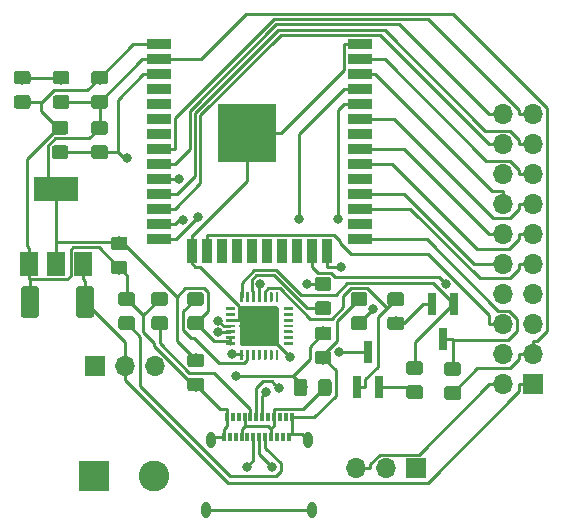
<source format=gbr>
G04 #@! TF.GenerationSoftware,KiCad,Pcbnew,5.1.4-e60b266~84~ubuntu19.04.1*
G04 #@! TF.CreationDate,2020-02-27T18:00:07+11:00*
G04 #@! TF.ProjectId,esp32_saab_devboard,65737033-325f-4736-9161-625f64657662,rev?*
G04 #@! TF.SameCoordinates,Original*
G04 #@! TF.FileFunction,Copper,L1,Top*
G04 #@! TF.FilePolarity,Positive*
%FSLAX46Y46*%
G04 Gerber Fmt 4.6, Leading zero omitted, Abs format (unit mm)*
G04 Created by KiCad (PCBNEW 5.1.4-e60b266~84~ubuntu19.04.1) date 2020-02-27 18:00:07*
%MOMM*%
%LPD*%
G04 APERTURE LIST*
%ADD10C,0.100000*%
%ADD11C,1.525000*%
%ADD12C,1.150000*%
%ADD13O,0.800000X1.400000*%
%ADD14R,0.300000X0.700000*%
%ADD15R,5.000000X5.000000*%
%ADD16R,2.000000X0.900000*%
%ADD17R,0.900000X2.000000*%
%ADD18C,3.350000*%
%ADD19C,0.250000*%
%ADD20R,3.800000X2.000000*%
%ADD21R,1.500000X2.000000*%
%ADD22R,0.800000X1.900000*%
%ADD23R,1.700000X1.700000*%
%ADD24O,1.700000X1.700000*%
%ADD25R,2.600000X2.600000*%
%ADD26C,2.600000*%
%ADD27C,0.800000*%
%ADD28C,0.250000*%
G04 APERTURE END LIST*
D10*
G36*
X176115505Y-100152204D02*
G01*
X176139773Y-100155804D01*
X176163572Y-100161765D01*
X176186671Y-100170030D01*
X176208850Y-100180520D01*
X176229893Y-100193132D01*
X176249599Y-100207747D01*
X176267777Y-100224223D01*
X176284253Y-100242401D01*
X176298868Y-100262107D01*
X176311480Y-100283150D01*
X176321970Y-100305329D01*
X176330235Y-100328428D01*
X176336196Y-100352227D01*
X176339796Y-100376495D01*
X176341000Y-100400999D01*
X176341000Y-102551001D01*
X176339796Y-102575505D01*
X176336196Y-102599773D01*
X176330235Y-102623572D01*
X176321970Y-102646671D01*
X176311480Y-102668850D01*
X176298868Y-102689893D01*
X176284253Y-102709599D01*
X176267777Y-102727777D01*
X176249599Y-102744253D01*
X176229893Y-102758868D01*
X176208850Y-102771480D01*
X176186671Y-102781970D01*
X176163572Y-102790235D01*
X176139773Y-102796196D01*
X176115505Y-102799796D01*
X176091001Y-102801000D01*
X175065999Y-102801000D01*
X175041495Y-102799796D01*
X175017227Y-102796196D01*
X174993428Y-102790235D01*
X174970329Y-102781970D01*
X174948150Y-102771480D01*
X174927107Y-102758868D01*
X174907401Y-102744253D01*
X174889223Y-102727777D01*
X174872747Y-102709599D01*
X174858132Y-102689893D01*
X174845520Y-102668850D01*
X174835030Y-102646671D01*
X174826765Y-102623572D01*
X174820804Y-102599773D01*
X174817204Y-102575505D01*
X174816000Y-102551001D01*
X174816000Y-100400999D01*
X174817204Y-100376495D01*
X174820804Y-100352227D01*
X174826765Y-100328428D01*
X174835030Y-100305329D01*
X174845520Y-100283150D01*
X174858132Y-100262107D01*
X174872747Y-100242401D01*
X174889223Y-100224223D01*
X174907401Y-100207747D01*
X174927107Y-100193132D01*
X174948150Y-100180520D01*
X174970329Y-100170030D01*
X174993428Y-100161765D01*
X175017227Y-100155804D01*
X175041495Y-100152204D01*
X175065999Y-100151000D01*
X176091001Y-100151000D01*
X176115505Y-100152204D01*
X176115505Y-100152204D01*
G37*
D11*
X175578500Y-101476000D03*
D10*
G36*
X180790505Y-100152204D02*
G01*
X180814773Y-100155804D01*
X180838572Y-100161765D01*
X180861671Y-100170030D01*
X180883850Y-100180520D01*
X180904893Y-100193132D01*
X180924599Y-100207747D01*
X180942777Y-100224223D01*
X180959253Y-100242401D01*
X180973868Y-100262107D01*
X180986480Y-100283150D01*
X180996970Y-100305329D01*
X181005235Y-100328428D01*
X181011196Y-100352227D01*
X181014796Y-100376495D01*
X181016000Y-100400999D01*
X181016000Y-102551001D01*
X181014796Y-102575505D01*
X181011196Y-102599773D01*
X181005235Y-102623572D01*
X180996970Y-102646671D01*
X180986480Y-102668850D01*
X180973868Y-102689893D01*
X180959253Y-102709599D01*
X180942777Y-102727777D01*
X180924599Y-102744253D01*
X180904893Y-102758868D01*
X180883850Y-102771480D01*
X180861671Y-102781970D01*
X180838572Y-102790235D01*
X180814773Y-102796196D01*
X180790505Y-102799796D01*
X180766001Y-102801000D01*
X179740999Y-102801000D01*
X179716495Y-102799796D01*
X179692227Y-102796196D01*
X179668428Y-102790235D01*
X179645329Y-102781970D01*
X179623150Y-102771480D01*
X179602107Y-102758868D01*
X179582401Y-102744253D01*
X179564223Y-102727777D01*
X179547747Y-102709599D01*
X179533132Y-102689893D01*
X179520520Y-102668850D01*
X179510030Y-102646671D01*
X179501765Y-102623572D01*
X179495804Y-102599773D01*
X179492204Y-102575505D01*
X179491000Y-102551001D01*
X179491000Y-100400999D01*
X179492204Y-100376495D01*
X179495804Y-100352227D01*
X179501765Y-100328428D01*
X179510030Y-100305329D01*
X179520520Y-100283150D01*
X179533132Y-100262107D01*
X179547747Y-100242401D01*
X179564223Y-100224223D01*
X179582401Y-100207747D01*
X179602107Y-100193132D01*
X179623150Y-100180520D01*
X179645329Y-100170030D01*
X179668428Y-100161765D01*
X179692227Y-100155804D01*
X179716495Y-100152204D01*
X179740999Y-100151000D01*
X180766001Y-100151000D01*
X180790505Y-100152204D01*
X180790505Y-100152204D01*
G37*
D11*
X180253500Y-101476000D03*
D10*
G36*
X200891505Y-108013204D02*
G01*
X200915773Y-108016804D01*
X200939572Y-108022765D01*
X200962671Y-108031030D01*
X200984850Y-108041520D01*
X201005893Y-108054132D01*
X201025599Y-108068747D01*
X201043777Y-108085223D01*
X201060253Y-108103401D01*
X201074868Y-108123107D01*
X201087480Y-108144150D01*
X201097970Y-108166329D01*
X201106235Y-108189428D01*
X201112196Y-108213227D01*
X201115796Y-108237495D01*
X201117000Y-108261999D01*
X201117000Y-109162001D01*
X201115796Y-109186505D01*
X201112196Y-109210773D01*
X201106235Y-109234572D01*
X201097970Y-109257671D01*
X201087480Y-109279850D01*
X201074868Y-109300893D01*
X201060253Y-109320599D01*
X201043777Y-109338777D01*
X201025599Y-109355253D01*
X201005893Y-109369868D01*
X200984850Y-109382480D01*
X200962671Y-109392970D01*
X200939572Y-109401235D01*
X200915773Y-109407196D01*
X200891505Y-109410796D01*
X200867001Y-109412000D01*
X200216999Y-109412000D01*
X200192495Y-109410796D01*
X200168227Y-109407196D01*
X200144428Y-109401235D01*
X200121329Y-109392970D01*
X200099150Y-109382480D01*
X200078107Y-109369868D01*
X200058401Y-109355253D01*
X200040223Y-109338777D01*
X200023747Y-109320599D01*
X200009132Y-109300893D01*
X199996520Y-109279850D01*
X199986030Y-109257671D01*
X199977765Y-109234572D01*
X199971804Y-109210773D01*
X199968204Y-109186505D01*
X199967000Y-109162001D01*
X199967000Y-108261999D01*
X199968204Y-108237495D01*
X199971804Y-108213227D01*
X199977765Y-108189428D01*
X199986030Y-108166329D01*
X199996520Y-108144150D01*
X200009132Y-108123107D01*
X200023747Y-108103401D01*
X200040223Y-108085223D01*
X200058401Y-108068747D01*
X200078107Y-108054132D01*
X200099150Y-108041520D01*
X200121329Y-108031030D01*
X200144428Y-108022765D01*
X200168227Y-108016804D01*
X200192495Y-108013204D01*
X200216999Y-108012000D01*
X200867001Y-108012000D01*
X200891505Y-108013204D01*
X200891505Y-108013204D01*
G37*
D12*
X200542000Y-108712000D03*
D10*
G36*
X198841505Y-108013204D02*
G01*
X198865773Y-108016804D01*
X198889572Y-108022765D01*
X198912671Y-108031030D01*
X198934850Y-108041520D01*
X198955893Y-108054132D01*
X198975599Y-108068747D01*
X198993777Y-108085223D01*
X199010253Y-108103401D01*
X199024868Y-108123107D01*
X199037480Y-108144150D01*
X199047970Y-108166329D01*
X199056235Y-108189428D01*
X199062196Y-108213227D01*
X199065796Y-108237495D01*
X199067000Y-108261999D01*
X199067000Y-109162001D01*
X199065796Y-109186505D01*
X199062196Y-109210773D01*
X199056235Y-109234572D01*
X199047970Y-109257671D01*
X199037480Y-109279850D01*
X199024868Y-109300893D01*
X199010253Y-109320599D01*
X198993777Y-109338777D01*
X198975599Y-109355253D01*
X198955893Y-109369868D01*
X198934850Y-109382480D01*
X198912671Y-109392970D01*
X198889572Y-109401235D01*
X198865773Y-109407196D01*
X198841505Y-109410796D01*
X198817001Y-109412000D01*
X198166999Y-109412000D01*
X198142495Y-109410796D01*
X198118227Y-109407196D01*
X198094428Y-109401235D01*
X198071329Y-109392970D01*
X198049150Y-109382480D01*
X198028107Y-109369868D01*
X198008401Y-109355253D01*
X197990223Y-109338777D01*
X197973747Y-109320599D01*
X197959132Y-109300893D01*
X197946520Y-109279850D01*
X197936030Y-109257671D01*
X197927765Y-109234572D01*
X197921804Y-109210773D01*
X197918204Y-109186505D01*
X197917000Y-109162001D01*
X197917000Y-108261999D01*
X197918204Y-108237495D01*
X197921804Y-108213227D01*
X197927765Y-108189428D01*
X197936030Y-108166329D01*
X197946520Y-108144150D01*
X197959132Y-108123107D01*
X197973747Y-108103401D01*
X197990223Y-108085223D01*
X198008401Y-108068747D01*
X198028107Y-108054132D01*
X198049150Y-108041520D01*
X198071329Y-108031030D01*
X198094428Y-108022765D01*
X198118227Y-108016804D01*
X198142495Y-108013204D01*
X198166999Y-108012000D01*
X198817001Y-108012000D01*
X198841505Y-108013204D01*
X198841505Y-108013204D01*
G37*
D12*
X198492000Y-108712000D03*
D13*
X190870000Y-113140000D03*
D14*
X192250000Y-111230000D03*
X192750000Y-111230000D03*
X193250000Y-111230000D03*
X193750000Y-111230000D03*
X194250000Y-111230000D03*
X194750000Y-111230000D03*
X195250000Y-111230000D03*
X197750000Y-111230000D03*
X196750000Y-111230000D03*
X196250000Y-111230000D03*
X195750000Y-111230000D03*
X197250000Y-111230000D03*
X197500000Y-112930000D03*
D13*
X199130000Y-113140000D03*
X199490000Y-119090000D03*
X190510000Y-119090000D03*
D14*
X197000000Y-112930000D03*
X196500000Y-112930000D03*
X196000000Y-112930000D03*
X195500000Y-112930000D03*
X195000000Y-112930000D03*
X194500000Y-112930000D03*
X194000000Y-112930000D03*
X193500000Y-112930000D03*
X193000000Y-112930000D03*
X192500000Y-112930000D03*
X192000000Y-112930000D03*
D10*
G36*
X183608505Y-95937204D02*
G01*
X183632773Y-95940804D01*
X183656572Y-95946765D01*
X183679671Y-95955030D01*
X183701850Y-95965520D01*
X183722893Y-95978132D01*
X183742599Y-95992747D01*
X183760777Y-96009223D01*
X183777253Y-96027401D01*
X183791868Y-96047107D01*
X183804480Y-96068150D01*
X183814970Y-96090329D01*
X183823235Y-96113428D01*
X183829196Y-96137227D01*
X183832796Y-96161495D01*
X183834000Y-96185999D01*
X183834000Y-96836001D01*
X183832796Y-96860505D01*
X183829196Y-96884773D01*
X183823235Y-96908572D01*
X183814970Y-96931671D01*
X183804480Y-96953850D01*
X183791868Y-96974893D01*
X183777253Y-96994599D01*
X183760777Y-97012777D01*
X183742599Y-97029253D01*
X183722893Y-97043868D01*
X183701850Y-97056480D01*
X183679671Y-97066970D01*
X183656572Y-97075235D01*
X183632773Y-97081196D01*
X183608505Y-97084796D01*
X183584001Y-97086000D01*
X182683999Y-97086000D01*
X182659495Y-97084796D01*
X182635227Y-97081196D01*
X182611428Y-97075235D01*
X182588329Y-97066970D01*
X182566150Y-97056480D01*
X182545107Y-97043868D01*
X182525401Y-97029253D01*
X182507223Y-97012777D01*
X182490747Y-96994599D01*
X182476132Y-96974893D01*
X182463520Y-96953850D01*
X182453030Y-96931671D01*
X182444765Y-96908572D01*
X182438804Y-96884773D01*
X182435204Y-96860505D01*
X182434000Y-96836001D01*
X182434000Y-96185999D01*
X182435204Y-96161495D01*
X182438804Y-96137227D01*
X182444765Y-96113428D01*
X182453030Y-96090329D01*
X182463520Y-96068150D01*
X182476132Y-96047107D01*
X182490747Y-96027401D01*
X182507223Y-96009223D01*
X182525401Y-95992747D01*
X182545107Y-95978132D01*
X182566150Y-95965520D01*
X182588329Y-95955030D01*
X182611428Y-95946765D01*
X182635227Y-95940804D01*
X182659495Y-95937204D01*
X182683999Y-95936000D01*
X183584001Y-95936000D01*
X183608505Y-95937204D01*
X183608505Y-95937204D01*
G37*
D12*
X183134000Y-96511000D03*
D10*
G36*
X183608505Y-97987204D02*
G01*
X183632773Y-97990804D01*
X183656572Y-97996765D01*
X183679671Y-98005030D01*
X183701850Y-98015520D01*
X183722893Y-98028132D01*
X183742599Y-98042747D01*
X183760777Y-98059223D01*
X183777253Y-98077401D01*
X183791868Y-98097107D01*
X183804480Y-98118150D01*
X183814970Y-98140329D01*
X183823235Y-98163428D01*
X183829196Y-98187227D01*
X183832796Y-98211495D01*
X183834000Y-98235999D01*
X183834000Y-98886001D01*
X183832796Y-98910505D01*
X183829196Y-98934773D01*
X183823235Y-98958572D01*
X183814970Y-98981671D01*
X183804480Y-99003850D01*
X183791868Y-99024893D01*
X183777253Y-99044599D01*
X183760777Y-99062777D01*
X183742599Y-99079253D01*
X183722893Y-99093868D01*
X183701850Y-99106480D01*
X183679671Y-99116970D01*
X183656572Y-99125235D01*
X183632773Y-99131196D01*
X183608505Y-99134796D01*
X183584001Y-99136000D01*
X182683999Y-99136000D01*
X182659495Y-99134796D01*
X182635227Y-99131196D01*
X182611428Y-99125235D01*
X182588329Y-99116970D01*
X182566150Y-99106480D01*
X182545107Y-99093868D01*
X182525401Y-99079253D01*
X182507223Y-99062777D01*
X182490747Y-99044599D01*
X182476132Y-99024893D01*
X182463520Y-99003850D01*
X182453030Y-98981671D01*
X182444765Y-98958572D01*
X182438804Y-98934773D01*
X182435204Y-98910505D01*
X182434000Y-98886001D01*
X182434000Y-98235999D01*
X182435204Y-98211495D01*
X182438804Y-98187227D01*
X182444765Y-98163428D01*
X182453030Y-98140329D01*
X182463520Y-98118150D01*
X182476132Y-98097107D01*
X182490747Y-98077401D01*
X182507223Y-98059223D01*
X182525401Y-98042747D01*
X182545107Y-98028132D01*
X182566150Y-98015520D01*
X182588329Y-98005030D01*
X182611428Y-97996765D01*
X182635227Y-97990804D01*
X182659495Y-97987204D01*
X182683999Y-97986000D01*
X183584001Y-97986000D01*
X183608505Y-97987204D01*
X183608505Y-97987204D01*
G37*
D12*
X183134000Y-98561000D03*
D15*
X194000000Y-87145000D03*
D16*
X186500000Y-79645000D03*
X186500000Y-80915000D03*
X186500000Y-82185000D03*
X186500000Y-83455000D03*
X186500000Y-84725000D03*
X186500000Y-85995000D03*
X186500000Y-87265000D03*
X186500000Y-88535000D03*
X186500000Y-89805000D03*
X186500000Y-91075000D03*
X186500000Y-92345000D03*
X186500000Y-93615000D03*
X186500000Y-94885000D03*
X186500000Y-96155000D03*
D17*
X189285000Y-97155000D03*
X190555000Y-97155000D03*
X191825000Y-97155000D03*
X193095000Y-97155000D03*
X194365000Y-97155000D03*
X195635000Y-97155000D03*
X196905000Y-97155000D03*
X198175000Y-97155000D03*
X199445000Y-97155000D03*
X200715000Y-97155000D03*
D16*
X203500000Y-96155000D03*
X203500000Y-94885000D03*
X203500000Y-93615000D03*
X203500000Y-92345000D03*
X203500000Y-91075000D03*
X203500000Y-89805000D03*
X203500000Y-88535000D03*
X203500000Y-87265000D03*
X203500000Y-85995000D03*
X203500000Y-84725000D03*
X203500000Y-83455000D03*
X203500000Y-82185000D03*
X203500000Y-80915000D03*
X203500000Y-79645000D03*
D10*
G36*
X196449504Y-101831204D02*
G01*
X196473773Y-101834804D01*
X196497571Y-101840765D01*
X196520671Y-101849030D01*
X196542849Y-101859520D01*
X196563893Y-101872133D01*
X196583598Y-101886747D01*
X196601777Y-101903223D01*
X196618253Y-101921402D01*
X196632867Y-101941107D01*
X196645480Y-101962151D01*
X196655970Y-101984329D01*
X196664235Y-102007429D01*
X196670196Y-102031227D01*
X196673796Y-102055496D01*
X196675000Y-102080000D01*
X196675000Y-104930000D01*
X196673796Y-104954504D01*
X196670196Y-104978773D01*
X196664235Y-105002571D01*
X196655970Y-105025671D01*
X196645480Y-105047849D01*
X196632867Y-105068893D01*
X196618253Y-105088598D01*
X196601777Y-105106777D01*
X196583598Y-105123253D01*
X196563893Y-105137867D01*
X196542849Y-105150480D01*
X196520671Y-105160970D01*
X196497571Y-105169235D01*
X196473773Y-105175196D01*
X196449504Y-105178796D01*
X196425000Y-105180000D01*
X193575000Y-105180000D01*
X193550496Y-105178796D01*
X193526227Y-105175196D01*
X193502429Y-105169235D01*
X193479329Y-105160970D01*
X193457151Y-105150480D01*
X193436107Y-105137867D01*
X193416402Y-105123253D01*
X193398223Y-105106777D01*
X193381747Y-105088598D01*
X193367133Y-105068893D01*
X193354520Y-105047849D01*
X193344030Y-105025671D01*
X193335765Y-105002571D01*
X193329804Y-104978773D01*
X193326204Y-104954504D01*
X193325000Y-104930000D01*
X193325000Y-102080000D01*
X193326204Y-102055496D01*
X193329804Y-102031227D01*
X193335765Y-102007429D01*
X193344030Y-101984329D01*
X193354520Y-101962151D01*
X193367133Y-101941107D01*
X193381747Y-101921402D01*
X193398223Y-101903223D01*
X193416402Y-101886747D01*
X193436107Y-101872133D01*
X193457151Y-101859520D01*
X193479329Y-101849030D01*
X193502429Y-101840765D01*
X193526227Y-101834804D01*
X193550496Y-101831204D01*
X193575000Y-101830000D01*
X196425000Y-101830000D01*
X196449504Y-101831204D01*
X196449504Y-101831204D01*
G37*
D18*
X195000000Y-103505000D03*
D10*
G36*
X192893626Y-101880301D02*
G01*
X192899693Y-101881201D01*
X192905643Y-101882691D01*
X192911418Y-101884758D01*
X192916962Y-101887380D01*
X192922223Y-101890533D01*
X192927150Y-101894187D01*
X192931694Y-101898306D01*
X192935813Y-101902850D01*
X192939467Y-101907777D01*
X192942620Y-101913038D01*
X192945242Y-101918582D01*
X192947309Y-101924357D01*
X192948799Y-101930307D01*
X192949699Y-101936374D01*
X192950000Y-101942500D01*
X192950000Y-102067500D01*
X192949699Y-102073626D01*
X192948799Y-102079693D01*
X192947309Y-102085643D01*
X192945242Y-102091418D01*
X192942620Y-102096962D01*
X192939467Y-102102223D01*
X192935813Y-102107150D01*
X192931694Y-102111694D01*
X192927150Y-102115813D01*
X192922223Y-102119467D01*
X192916962Y-102122620D01*
X192911418Y-102125242D01*
X192905643Y-102127309D01*
X192899693Y-102128799D01*
X192893626Y-102129699D01*
X192887500Y-102130000D01*
X192212500Y-102130000D01*
X192206374Y-102129699D01*
X192200307Y-102128799D01*
X192194357Y-102127309D01*
X192188582Y-102125242D01*
X192183038Y-102122620D01*
X192177777Y-102119467D01*
X192172850Y-102115813D01*
X192168306Y-102111694D01*
X192164187Y-102107150D01*
X192160533Y-102102223D01*
X192157380Y-102096962D01*
X192154758Y-102091418D01*
X192152691Y-102085643D01*
X192151201Y-102079693D01*
X192150301Y-102073626D01*
X192150000Y-102067500D01*
X192150000Y-101942500D01*
X192150301Y-101936374D01*
X192151201Y-101930307D01*
X192152691Y-101924357D01*
X192154758Y-101918582D01*
X192157380Y-101913038D01*
X192160533Y-101907777D01*
X192164187Y-101902850D01*
X192168306Y-101898306D01*
X192172850Y-101894187D01*
X192177777Y-101890533D01*
X192183038Y-101887380D01*
X192188582Y-101884758D01*
X192194357Y-101882691D01*
X192200307Y-101881201D01*
X192206374Y-101880301D01*
X192212500Y-101880000D01*
X192887500Y-101880000D01*
X192893626Y-101880301D01*
X192893626Y-101880301D01*
G37*
D19*
X192550000Y-102005000D03*
D10*
G36*
X192893626Y-102380301D02*
G01*
X192899693Y-102381201D01*
X192905643Y-102382691D01*
X192911418Y-102384758D01*
X192916962Y-102387380D01*
X192922223Y-102390533D01*
X192927150Y-102394187D01*
X192931694Y-102398306D01*
X192935813Y-102402850D01*
X192939467Y-102407777D01*
X192942620Y-102413038D01*
X192945242Y-102418582D01*
X192947309Y-102424357D01*
X192948799Y-102430307D01*
X192949699Y-102436374D01*
X192950000Y-102442500D01*
X192950000Y-102567500D01*
X192949699Y-102573626D01*
X192948799Y-102579693D01*
X192947309Y-102585643D01*
X192945242Y-102591418D01*
X192942620Y-102596962D01*
X192939467Y-102602223D01*
X192935813Y-102607150D01*
X192931694Y-102611694D01*
X192927150Y-102615813D01*
X192922223Y-102619467D01*
X192916962Y-102622620D01*
X192911418Y-102625242D01*
X192905643Y-102627309D01*
X192899693Y-102628799D01*
X192893626Y-102629699D01*
X192887500Y-102630000D01*
X192212500Y-102630000D01*
X192206374Y-102629699D01*
X192200307Y-102628799D01*
X192194357Y-102627309D01*
X192188582Y-102625242D01*
X192183038Y-102622620D01*
X192177777Y-102619467D01*
X192172850Y-102615813D01*
X192168306Y-102611694D01*
X192164187Y-102607150D01*
X192160533Y-102602223D01*
X192157380Y-102596962D01*
X192154758Y-102591418D01*
X192152691Y-102585643D01*
X192151201Y-102579693D01*
X192150301Y-102573626D01*
X192150000Y-102567500D01*
X192150000Y-102442500D01*
X192150301Y-102436374D01*
X192151201Y-102430307D01*
X192152691Y-102424357D01*
X192154758Y-102418582D01*
X192157380Y-102413038D01*
X192160533Y-102407777D01*
X192164187Y-102402850D01*
X192168306Y-102398306D01*
X192172850Y-102394187D01*
X192177777Y-102390533D01*
X192183038Y-102387380D01*
X192188582Y-102384758D01*
X192194357Y-102382691D01*
X192200307Y-102381201D01*
X192206374Y-102380301D01*
X192212500Y-102380000D01*
X192887500Y-102380000D01*
X192893626Y-102380301D01*
X192893626Y-102380301D01*
G37*
D19*
X192550000Y-102505000D03*
D10*
G36*
X192893626Y-102880301D02*
G01*
X192899693Y-102881201D01*
X192905643Y-102882691D01*
X192911418Y-102884758D01*
X192916962Y-102887380D01*
X192922223Y-102890533D01*
X192927150Y-102894187D01*
X192931694Y-102898306D01*
X192935813Y-102902850D01*
X192939467Y-102907777D01*
X192942620Y-102913038D01*
X192945242Y-102918582D01*
X192947309Y-102924357D01*
X192948799Y-102930307D01*
X192949699Y-102936374D01*
X192950000Y-102942500D01*
X192950000Y-103067500D01*
X192949699Y-103073626D01*
X192948799Y-103079693D01*
X192947309Y-103085643D01*
X192945242Y-103091418D01*
X192942620Y-103096962D01*
X192939467Y-103102223D01*
X192935813Y-103107150D01*
X192931694Y-103111694D01*
X192927150Y-103115813D01*
X192922223Y-103119467D01*
X192916962Y-103122620D01*
X192911418Y-103125242D01*
X192905643Y-103127309D01*
X192899693Y-103128799D01*
X192893626Y-103129699D01*
X192887500Y-103130000D01*
X192212500Y-103130000D01*
X192206374Y-103129699D01*
X192200307Y-103128799D01*
X192194357Y-103127309D01*
X192188582Y-103125242D01*
X192183038Y-103122620D01*
X192177777Y-103119467D01*
X192172850Y-103115813D01*
X192168306Y-103111694D01*
X192164187Y-103107150D01*
X192160533Y-103102223D01*
X192157380Y-103096962D01*
X192154758Y-103091418D01*
X192152691Y-103085643D01*
X192151201Y-103079693D01*
X192150301Y-103073626D01*
X192150000Y-103067500D01*
X192150000Y-102942500D01*
X192150301Y-102936374D01*
X192151201Y-102930307D01*
X192152691Y-102924357D01*
X192154758Y-102918582D01*
X192157380Y-102913038D01*
X192160533Y-102907777D01*
X192164187Y-102902850D01*
X192168306Y-102898306D01*
X192172850Y-102894187D01*
X192177777Y-102890533D01*
X192183038Y-102887380D01*
X192188582Y-102884758D01*
X192194357Y-102882691D01*
X192200307Y-102881201D01*
X192206374Y-102880301D01*
X192212500Y-102880000D01*
X192887500Y-102880000D01*
X192893626Y-102880301D01*
X192893626Y-102880301D01*
G37*
D19*
X192550000Y-103005000D03*
D10*
G36*
X192893626Y-103380301D02*
G01*
X192899693Y-103381201D01*
X192905643Y-103382691D01*
X192911418Y-103384758D01*
X192916962Y-103387380D01*
X192922223Y-103390533D01*
X192927150Y-103394187D01*
X192931694Y-103398306D01*
X192935813Y-103402850D01*
X192939467Y-103407777D01*
X192942620Y-103413038D01*
X192945242Y-103418582D01*
X192947309Y-103424357D01*
X192948799Y-103430307D01*
X192949699Y-103436374D01*
X192950000Y-103442500D01*
X192950000Y-103567500D01*
X192949699Y-103573626D01*
X192948799Y-103579693D01*
X192947309Y-103585643D01*
X192945242Y-103591418D01*
X192942620Y-103596962D01*
X192939467Y-103602223D01*
X192935813Y-103607150D01*
X192931694Y-103611694D01*
X192927150Y-103615813D01*
X192922223Y-103619467D01*
X192916962Y-103622620D01*
X192911418Y-103625242D01*
X192905643Y-103627309D01*
X192899693Y-103628799D01*
X192893626Y-103629699D01*
X192887500Y-103630000D01*
X192212500Y-103630000D01*
X192206374Y-103629699D01*
X192200307Y-103628799D01*
X192194357Y-103627309D01*
X192188582Y-103625242D01*
X192183038Y-103622620D01*
X192177777Y-103619467D01*
X192172850Y-103615813D01*
X192168306Y-103611694D01*
X192164187Y-103607150D01*
X192160533Y-103602223D01*
X192157380Y-103596962D01*
X192154758Y-103591418D01*
X192152691Y-103585643D01*
X192151201Y-103579693D01*
X192150301Y-103573626D01*
X192150000Y-103567500D01*
X192150000Y-103442500D01*
X192150301Y-103436374D01*
X192151201Y-103430307D01*
X192152691Y-103424357D01*
X192154758Y-103418582D01*
X192157380Y-103413038D01*
X192160533Y-103407777D01*
X192164187Y-103402850D01*
X192168306Y-103398306D01*
X192172850Y-103394187D01*
X192177777Y-103390533D01*
X192183038Y-103387380D01*
X192188582Y-103384758D01*
X192194357Y-103382691D01*
X192200307Y-103381201D01*
X192206374Y-103380301D01*
X192212500Y-103380000D01*
X192887500Y-103380000D01*
X192893626Y-103380301D01*
X192893626Y-103380301D01*
G37*
D19*
X192550000Y-103505000D03*
D10*
G36*
X192893626Y-103880301D02*
G01*
X192899693Y-103881201D01*
X192905643Y-103882691D01*
X192911418Y-103884758D01*
X192916962Y-103887380D01*
X192922223Y-103890533D01*
X192927150Y-103894187D01*
X192931694Y-103898306D01*
X192935813Y-103902850D01*
X192939467Y-103907777D01*
X192942620Y-103913038D01*
X192945242Y-103918582D01*
X192947309Y-103924357D01*
X192948799Y-103930307D01*
X192949699Y-103936374D01*
X192950000Y-103942500D01*
X192950000Y-104067500D01*
X192949699Y-104073626D01*
X192948799Y-104079693D01*
X192947309Y-104085643D01*
X192945242Y-104091418D01*
X192942620Y-104096962D01*
X192939467Y-104102223D01*
X192935813Y-104107150D01*
X192931694Y-104111694D01*
X192927150Y-104115813D01*
X192922223Y-104119467D01*
X192916962Y-104122620D01*
X192911418Y-104125242D01*
X192905643Y-104127309D01*
X192899693Y-104128799D01*
X192893626Y-104129699D01*
X192887500Y-104130000D01*
X192212500Y-104130000D01*
X192206374Y-104129699D01*
X192200307Y-104128799D01*
X192194357Y-104127309D01*
X192188582Y-104125242D01*
X192183038Y-104122620D01*
X192177777Y-104119467D01*
X192172850Y-104115813D01*
X192168306Y-104111694D01*
X192164187Y-104107150D01*
X192160533Y-104102223D01*
X192157380Y-104096962D01*
X192154758Y-104091418D01*
X192152691Y-104085643D01*
X192151201Y-104079693D01*
X192150301Y-104073626D01*
X192150000Y-104067500D01*
X192150000Y-103942500D01*
X192150301Y-103936374D01*
X192151201Y-103930307D01*
X192152691Y-103924357D01*
X192154758Y-103918582D01*
X192157380Y-103913038D01*
X192160533Y-103907777D01*
X192164187Y-103902850D01*
X192168306Y-103898306D01*
X192172850Y-103894187D01*
X192177777Y-103890533D01*
X192183038Y-103887380D01*
X192188582Y-103884758D01*
X192194357Y-103882691D01*
X192200307Y-103881201D01*
X192206374Y-103880301D01*
X192212500Y-103880000D01*
X192887500Y-103880000D01*
X192893626Y-103880301D01*
X192893626Y-103880301D01*
G37*
D19*
X192550000Y-104005000D03*
D10*
G36*
X192893626Y-104380301D02*
G01*
X192899693Y-104381201D01*
X192905643Y-104382691D01*
X192911418Y-104384758D01*
X192916962Y-104387380D01*
X192922223Y-104390533D01*
X192927150Y-104394187D01*
X192931694Y-104398306D01*
X192935813Y-104402850D01*
X192939467Y-104407777D01*
X192942620Y-104413038D01*
X192945242Y-104418582D01*
X192947309Y-104424357D01*
X192948799Y-104430307D01*
X192949699Y-104436374D01*
X192950000Y-104442500D01*
X192950000Y-104567500D01*
X192949699Y-104573626D01*
X192948799Y-104579693D01*
X192947309Y-104585643D01*
X192945242Y-104591418D01*
X192942620Y-104596962D01*
X192939467Y-104602223D01*
X192935813Y-104607150D01*
X192931694Y-104611694D01*
X192927150Y-104615813D01*
X192922223Y-104619467D01*
X192916962Y-104622620D01*
X192911418Y-104625242D01*
X192905643Y-104627309D01*
X192899693Y-104628799D01*
X192893626Y-104629699D01*
X192887500Y-104630000D01*
X192212500Y-104630000D01*
X192206374Y-104629699D01*
X192200307Y-104628799D01*
X192194357Y-104627309D01*
X192188582Y-104625242D01*
X192183038Y-104622620D01*
X192177777Y-104619467D01*
X192172850Y-104615813D01*
X192168306Y-104611694D01*
X192164187Y-104607150D01*
X192160533Y-104602223D01*
X192157380Y-104596962D01*
X192154758Y-104591418D01*
X192152691Y-104585643D01*
X192151201Y-104579693D01*
X192150301Y-104573626D01*
X192150000Y-104567500D01*
X192150000Y-104442500D01*
X192150301Y-104436374D01*
X192151201Y-104430307D01*
X192152691Y-104424357D01*
X192154758Y-104418582D01*
X192157380Y-104413038D01*
X192160533Y-104407777D01*
X192164187Y-104402850D01*
X192168306Y-104398306D01*
X192172850Y-104394187D01*
X192177777Y-104390533D01*
X192183038Y-104387380D01*
X192188582Y-104384758D01*
X192194357Y-104382691D01*
X192200307Y-104381201D01*
X192206374Y-104380301D01*
X192212500Y-104380000D01*
X192887500Y-104380000D01*
X192893626Y-104380301D01*
X192893626Y-104380301D01*
G37*
D19*
X192550000Y-104505000D03*
D10*
G36*
X192893626Y-104880301D02*
G01*
X192899693Y-104881201D01*
X192905643Y-104882691D01*
X192911418Y-104884758D01*
X192916962Y-104887380D01*
X192922223Y-104890533D01*
X192927150Y-104894187D01*
X192931694Y-104898306D01*
X192935813Y-104902850D01*
X192939467Y-104907777D01*
X192942620Y-104913038D01*
X192945242Y-104918582D01*
X192947309Y-104924357D01*
X192948799Y-104930307D01*
X192949699Y-104936374D01*
X192950000Y-104942500D01*
X192950000Y-105067500D01*
X192949699Y-105073626D01*
X192948799Y-105079693D01*
X192947309Y-105085643D01*
X192945242Y-105091418D01*
X192942620Y-105096962D01*
X192939467Y-105102223D01*
X192935813Y-105107150D01*
X192931694Y-105111694D01*
X192927150Y-105115813D01*
X192922223Y-105119467D01*
X192916962Y-105122620D01*
X192911418Y-105125242D01*
X192905643Y-105127309D01*
X192899693Y-105128799D01*
X192893626Y-105129699D01*
X192887500Y-105130000D01*
X192212500Y-105130000D01*
X192206374Y-105129699D01*
X192200307Y-105128799D01*
X192194357Y-105127309D01*
X192188582Y-105125242D01*
X192183038Y-105122620D01*
X192177777Y-105119467D01*
X192172850Y-105115813D01*
X192168306Y-105111694D01*
X192164187Y-105107150D01*
X192160533Y-105102223D01*
X192157380Y-105096962D01*
X192154758Y-105091418D01*
X192152691Y-105085643D01*
X192151201Y-105079693D01*
X192150301Y-105073626D01*
X192150000Y-105067500D01*
X192150000Y-104942500D01*
X192150301Y-104936374D01*
X192151201Y-104930307D01*
X192152691Y-104924357D01*
X192154758Y-104918582D01*
X192157380Y-104913038D01*
X192160533Y-104907777D01*
X192164187Y-104902850D01*
X192168306Y-104898306D01*
X192172850Y-104894187D01*
X192177777Y-104890533D01*
X192183038Y-104887380D01*
X192188582Y-104884758D01*
X192194357Y-104882691D01*
X192200307Y-104881201D01*
X192206374Y-104880301D01*
X192212500Y-104880000D01*
X192887500Y-104880000D01*
X192893626Y-104880301D01*
X192893626Y-104880301D01*
G37*
D19*
X192550000Y-105005000D03*
D10*
G36*
X193568626Y-105555301D02*
G01*
X193574693Y-105556201D01*
X193580643Y-105557691D01*
X193586418Y-105559758D01*
X193591962Y-105562380D01*
X193597223Y-105565533D01*
X193602150Y-105569187D01*
X193606694Y-105573306D01*
X193610813Y-105577850D01*
X193614467Y-105582777D01*
X193617620Y-105588038D01*
X193620242Y-105593582D01*
X193622309Y-105599357D01*
X193623799Y-105605307D01*
X193624699Y-105611374D01*
X193625000Y-105617500D01*
X193625000Y-106292500D01*
X193624699Y-106298626D01*
X193623799Y-106304693D01*
X193622309Y-106310643D01*
X193620242Y-106316418D01*
X193617620Y-106321962D01*
X193614467Y-106327223D01*
X193610813Y-106332150D01*
X193606694Y-106336694D01*
X193602150Y-106340813D01*
X193597223Y-106344467D01*
X193591962Y-106347620D01*
X193586418Y-106350242D01*
X193580643Y-106352309D01*
X193574693Y-106353799D01*
X193568626Y-106354699D01*
X193562500Y-106355000D01*
X193437500Y-106355000D01*
X193431374Y-106354699D01*
X193425307Y-106353799D01*
X193419357Y-106352309D01*
X193413582Y-106350242D01*
X193408038Y-106347620D01*
X193402777Y-106344467D01*
X193397850Y-106340813D01*
X193393306Y-106336694D01*
X193389187Y-106332150D01*
X193385533Y-106327223D01*
X193382380Y-106321962D01*
X193379758Y-106316418D01*
X193377691Y-106310643D01*
X193376201Y-106304693D01*
X193375301Y-106298626D01*
X193375000Y-106292500D01*
X193375000Y-105617500D01*
X193375301Y-105611374D01*
X193376201Y-105605307D01*
X193377691Y-105599357D01*
X193379758Y-105593582D01*
X193382380Y-105588038D01*
X193385533Y-105582777D01*
X193389187Y-105577850D01*
X193393306Y-105573306D01*
X193397850Y-105569187D01*
X193402777Y-105565533D01*
X193408038Y-105562380D01*
X193413582Y-105559758D01*
X193419357Y-105557691D01*
X193425307Y-105556201D01*
X193431374Y-105555301D01*
X193437500Y-105555000D01*
X193562500Y-105555000D01*
X193568626Y-105555301D01*
X193568626Y-105555301D01*
G37*
D19*
X193500000Y-105955000D03*
D10*
G36*
X194068626Y-105555301D02*
G01*
X194074693Y-105556201D01*
X194080643Y-105557691D01*
X194086418Y-105559758D01*
X194091962Y-105562380D01*
X194097223Y-105565533D01*
X194102150Y-105569187D01*
X194106694Y-105573306D01*
X194110813Y-105577850D01*
X194114467Y-105582777D01*
X194117620Y-105588038D01*
X194120242Y-105593582D01*
X194122309Y-105599357D01*
X194123799Y-105605307D01*
X194124699Y-105611374D01*
X194125000Y-105617500D01*
X194125000Y-106292500D01*
X194124699Y-106298626D01*
X194123799Y-106304693D01*
X194122309Y-106310643D01*
X194120242Y-106316418D01*
X194117620Y-106321962D01*
X194114467Y-106327223D01*
X194110813Y-106332150D01*
X194106694Y-106336694D01*
X194102150Y-106340813D01*
X194097223Y-106344467D01*
X194091962Y-106347620D01*
X194086418Y-106350242D01*
X194080643Y-106352309D01*
X194074693Y-106353799D01*
X194068626Y-106354699D01*
X194062500Y-106355000D01*
X193937500Y-106355000D01*
X193931374Y-106354699D01*
X193925307Y-106353799D01*
X193919357Y-106352309D01*
X193913582Y-106350242D01*
X193908038Y-106347620D01*
X193902777Y-106344467D01*
X193897850Y-106340813D01*
X193893306Y-106336694D01*
X193889187Y-106332150D01*
X193885533Y-106327223D01*
X193882380Y-106321962D01*
X193879758Y-106316418D01*
X193877691Y-106310643D01*
X193876201Y-106304693D01*
X193875301Y-106298626D01*
X193875000Y-106292500D01*
X193875000Y-105617500D01*
X193875301Y-105611374D01*
X193876201Y-105605307D01*
X193877691Y-105599357D01*
X193879758Y-105593582D01*
X193882380Y-105588038D01*
X193885533Y-105582777D01*
X193889187Y-105577850D01*
X193893306Y-105573306D01*
X193897850Y-105569187D01*
X193902777Y-105565533D01*
X193908038Y-105562380D01*
X193913582Y-105559758D01*
X193919357Y-105557691D01*
X193925307Y-105556201D01*
X193931374Y-105555301D01*
X193937500Y-105555000D01*
X194062500Y-105555000D01*
X194068626Y-105555301D01*
X194068626Y-105555301D01*
G37*
D19*
X194000000Y-105955000D03*
D10*
G36*
X194568626Y-105555301D02*
G01*
X194574693Y-105556201D01*
X194580643Y-105557691D01*
X194586418Y-105559758D01*
X194591962Y-105562380D01*
X194597223Y-105565533D01*
X194602150Y-105569187D01*
X194606694Y-105573306D01*
X194610813Y-105577850D01*
X194614467Y-105582777D01*
X194617620Y-105588038D01*
X194620242Y-105593582D01*
X194622309Y-105599357D01*
X194623799Y-105605307D01*
X194624699Y-105611374D01*
X194625000Y-105617500D01*
X194625000Y-106292500D01*
X194624699Y-106298626D01*
X194623799Y-106304693D01*
X194622309Y-106310643D01*
X194620242Y-106316418D01*
X194617620Y-106321962D01*
X194614467Y-106327223D01*
X194610813Y-106332150D01*
X194606694Y-106336694D01*
X194602150Y-106340813D01*
X194597223Y-106344467D01*
X194591962Y-106347620D01*
X194586418Y-106350242D01*
X194580643Y-106352309D01*
X194574693Y-106353799D01*
X194568626Y-106354699D01*
X194562500Y-106355000D01*
X194437500Y-106355000D01*
X194431374Y-106354699D01*
X194425307Y-106353799D01*
X194419357Y-106352309D01*
X194413582Y-106350242D01*
X194408038Y-106347620D01*
X194402777Y-106344467D01*
X194397850Y-106340813D01*
X194393306Y-106336694D01*
X194389187Y-106332150D01*
X194385533Y-106327223D01*
X194382380Y-106321962D01*
X194379758Y-106316418D01*
X194377691Y-106310643D01*
X194376201Y-106304693D01*
X194375301Y-106298626D01*
X194375000Y-106292500D01*
X194375000Y-105617500D01*
X194375301Y-105611374D01*
X194376201Y-105605307D01*
X194377691Y-105599357D01*
X194379758Y-105593582D01*
X194382380Y-105588038D01*
X194385533Y-105582777D01*
X194389187Y-105577850D01*
X194393306Y-105573306D01*
X194397850Y-105569187D01*
X194402777Y-105565533D01*
X194408038Y-105562380D01*
X194413582Y-105559758D01*
X194419357Y-105557691D01*
X194425307Y-105556201D01*
X194431374Y-105555301D01*
X194437500Y-105555000D01*
X194562500Y-105555000D01*
X194568626Y-105555301D01*
X194568626Y-105555301D01*
G37*
D19*
X194500000Y-105955000D03*
D10*
G36*
X195068626Y-105555301D02*
G01*
X195074693Y-105556201D01*
X195080643Y-105557691D01*
X195086418Y-105559758D01*
X195091962Y-105562380D01*
X195097223Y-105565533D01*
X195102150Y-105569187D01*
X195106694Y-105573306D01*
X195110813Y-105577850D01*
X195114467Y-105582777D01*
X195117620Y-105588038D01*
X195120242Y-105593582D01*
X195122309Y-105599357D01*
X195123799Y-105605307D01*
X195124699Y-105611374D01*
X195125000Y-105617500D01*
X195125000Y-106292500D01*
X195124699Y-106298626D01*
X195123799Y-106304693D01*
X195122309Y-106310643D01*
X195120242Y-106316418D01*
X195117620Y-106321962D01*
X195114467Y-106327223D01*
X195110813Y-106332150D01*
X195106694Y-106336694D01*
X195102150Y-106340813D01*
X195097223Y-106344467D01*
X195091962Y-106347620D01*
X195086418Y-106350242D01*
X195080643Y-106352309D01*
X195074693Y-106353799D01*
X195068626Y-106354699D01*
X195062500Y-106355000D01*
X194937500Y-106355000D01*
X194931374Y-106354699D01*
X194925307Y-106353799D01*
X194919357Y-106352309D01*
X194913582Y-106350242D01*
X194908038Y-106347620D01*
X194902777Y-106344467D01*
X194897850Y-106340813D01*
X194893306Y-106336694D01*
X194889187Y-106332150D01*
X194885533Y-106327223D01*
X194882380Y-106321962D01*
X194879758Y-106316418D01*
X194877691Y-106310643D01*
X194876201Y-106304693D01*
X194875301Y-106298626D01*
X194875000Y-106292500D01*
X194875000Y-105617500D01*
X194875301Y-105611374D01*
X194876201Y-105605307D01*
X194877691Y-105599357D01*
X194879758Y-105593582D01*
X194882380Y-105588038D01*
X194885533Y-105582777D01*
X194889187Y-105577850D01*
X194893306Y-105573306D01*
X194897850Y-105569187D01*
X194902777Y-105565533D01*
X194908038Y-105562380D01*
X194913582Y-105559758D01*
X194919357Y-105557691D01*
X194925307Y-105556201D01*
X194931374Y-105555301D01*
X194937500Y-105555000D01*
X195062500Y-105555000D01*
X195068626Y-105555301D01*
X195068626Y-105555301D01*
G37*
D19*
X195000000Y-105955000D03*
D10*
G36*
X195568626Y-105555301D02*
G01*
X195574693Y-105556201D01*
X195580643Y-105557691D01*
X195586418Y-105559758D01*
X195591962Y-105562380D01*
X195597223Y-105565533D01*
X195602150Y-105569187D01*
X195606694Y-105573306D01*
X195610813Y-105577850D01*
X195614467Y-105582777D01*
X195617620Y-105588038D01*
X195620242Y-105593582D01*
X195622309Y-105599357D01*
X195623799Y-105605307D01*
X195624699Y-105611374D01*
X195625000Y-105617500D01*
X195625000Y-106292500D01*
X195624699Y-106298626D01*
X195623799Y-106304693D01*
X195622309Y-106310643D01*
X195620242Y-106316418D01*
X195617620Y-106321962D01*
X195614467Y-106327223D01*
X195610813Y-106332150D01*
X195606694Y-106336694D01*
X195602150Y-106340813D01*
X195597223Y-106344467D01*
X195591962Y-106347620D01*
X195586418Y-106350242D01*
X195580643Y-106352309D01*
X195574693Y-106353799D01*
X195568626Y-106354699D01*
X195562500Y-106355000D01*
X195437500Y-106355000D01*
X195431374Y-106354699D01*
X195425307Y-106353799D01*
X195419357Y-106352309D01*
X195413582Y-106350242D01*
X195408038Y-106347620D01*
X195402777Y-106344467D01*
X195397850Y-106340813D01*
X195393306Y-106336694D01*
X195389187Y-106332150D01*
X195385533Y-106327223D01*
X195382380Y-106321962D01*
X195379758Y-106316418D01*
X195377691Y-106310643D01*
X195376201Y-106304693D01*
X195375301Y-106298626D01*
X195375000Y-106292500D01*
X195375000Y-105617500D01*
X195375301Y-105611374D01*
X195376201Y-105605307D01*
X195377691Y-105599357D01*
X195379758Y-105593582D01*
X195382380Y-105588038D01*
X195385533Y-105582777D01*
X195389187Y-105577850D01*
X195393306Y-105573306D01*
X195397850Y-105569187D01*
X195402777Y-105565533D01*
X195408038Y-105562380D01*
X195413582Y-105559758D01*
X195419357Y-105557691D01*
X195425307Y-105556201D01*
X195431374Y-105555301D01*
X195437500Y-105555000D01*
X195562500Y-105555000D01*
X195568626Y-105555301D01*
X195568626Y-105555301D01*
G37*
D19*
X195500000Y-105955000D03*
D10*
G36*
X196068626Y-105555301D02*
G01*
X196074693Y-105556201D01*
X196080643Y-105557691D01*
X196086418Y-105559758D01*
X196091962Y-105562380D01*
X196097223Y-105565533D01*
X196102150Y-105569187D01*
X196106694Y-105573306D01*
X196110813Y-105577850D01*
X196114467Y-105582777D01*
X196117620Y-105588038D01*
X196120242Y-105593582D01*
X196122309Y-105599357D01*
X196123799Y-105605307D01*
X196124699Y-105611374D01*
X196125000Y-105617500D01*
X196125000Y-106292500D01*
X196124699Y-106298626D01*
X196123799Y-106304693D01*
X196122309Y-106310643D01*
X196120242Y-106316418D01*
X196117620Y-106321962D01*
X196114467Y-106327223D01*
X196110813Y-106332150D01*
X196106694Y-106336694D01*
X196102150Y-106340813D01*
X196097223Y-106344467D01*
X196091962Y-106347620D01*
X196086418Y-106350242D01*
X196080643Y-106352309D01*
X196074693Y-106353799D01*
X196068626Y-106354699D01*
X196062500Y-106355000D01*
X195937500Y-106355000D01*
X195931374Y-106354699D01*
X195925307Y-106353799D01*
X195919357Y-106352309D01*
X195913582Y-106350242D01*
X195908038Y-106347620D01*
X195902777Y-106344467D01*
X195897850Y-106340813D01*
X195893306Y-106336694D01*
X195889187Y-106332150D01*
X195885533Y-106327223D01*
X195882380Y-106321962D01*
X195879758Y-106316418D01*
X195877691Y-106310643D01*
X195876201Y-106304693D01*
X195875301Y-106298626D01*
X195875000Y-106292500D01*
X195875000Y-105617500D01*
X195875301Y-105611374D01*
X195876201Y-105605307D01*
X195877691Y-105599357D01*
X195879758Y-105593582D01*
X195882380Y-105588038D01*
X195885533Y-105582777D01*
X195889187Y-105577850D01*
X195893306Y-105573306D01*
X195897850Y-105569187D01*
X195902777Y-105565533D01*
X195908038Y-105562380D01*
X195913582Y-105559758D01*
X195919357Y-105557691D01*
X195925307Y-105556201D01*
X195931374Y-105555301D01*
X195937500Y-105555000D01*
X196062500Y-105555000D01*
X196068626Y-105555301D01*
X196068626Y-105555301D01*
G37*
D19*
X196000000Y-105955000D03*
D10*
G36*
X196568626Y-105555301D02*
G01*
X196574693Y-105556201D01*
X196580643Y-105557691D01*
X196586418Y-105559758D01*
X196591962Y-105562380D01*
X196597223Y-105565533D01*
X196602150Y-105569187D01*
X196606694Y-105573306D01*
X196610813Y-105577850D01*
X196614467Y-105582777D01*
X196617620Y-105588038D01*
X196620242Y-105593582D01*
X196622309Y-105599357D01*
X196623799Y-105605307D01*
X196624699Y-105611374D01*
X196625000Y-105617500D01*
X196625000Y-106292500D01*
X196624699Y-106298626D01*
X196623799Y-106304693D01*
X196622309Y-106310643D01*
X196620242Y-106316418D01*
X196617620Y-106321962D01*
X196614467Y-106327223D01*
X196610813Y-106332150D01*
X196606694Y-106336694D01*
X196602150Y-106340813D01*
X196597223Y-106344467D01*
X196591962Y-106347620D01*
X196586418Y-106350242D01*
X196580643Y-106352309D01*
X196574693Y-106353799D01*
X196568626Y-106354699D01*
X196562500Y-106355000D01*
X196437500Y-106355000D01*
X196431374Y-106354699D01*
X196425307Y-106353799D01*
X196419357Y-106352309D01*
X196413582Y-106350242D01*
X196408038Y-106347620D01*
X196402777Y-106344467D01*
X196397850Y-106340813D01*
X196393306Y-106336694D01*
X196389187Y-106332150D01*
X196385533Y-106327223D01*
X196382380Y-106321962D01*
X196379758Y-106316418D01*
X196377691Y-106310643D01*
X196376201Y-106304693D01*
X196375301Y-106298626D01*
X196375000Y-106292500D01*
X196375000Y-105617500D01*
X196375301Y-105611374D01*
X196376201Y-105605307D01*
X196377691Y-105599357D01*
X196379758Y-105593582D01*
X196382380Y-105588038D01*
X196385533Y-105582777D01*
X196389187Y-105577850D01*
X196393306Y-105573306D01*
X196397850Y-105569187D01*
X196402777Y-105565533D01*
X196408038Y-105562380D01*
X196413582Y-105559758D01*
X196419357Y-105557691D01*
X196425307Y-105556201D01*
X196431374Y-105555301D01*
X196437500Y-105555000D01*
X196562500Y-105555000D01*
X196568626Y-105555301D01*
X196568626Y-105555301D01*
G37*
D19*
X196500000Y-105955000D03*
D10*
G36*
X197793626Y-104880301D02*
G01*
X197799693Y-104881201D01*
X197805643Y-104882691D01*
X197811418Y-104884758D01*
X197816962Y-104887380D01*
X197822223Y-104890533D01*
X197827150Y-104894187D01*
X197831694Y-104898306D01*
X197835813Y-104902850D01*
X197839467Y-104907777D01*
X197842620Y-104913038D01*
X197845242Y-104918582D01*
X197847309Y-104924357D01*
X197848799Y-104930307D01*
X197849699Y-104936374D01*
X197850000Y-104942500D01*
X197850000Y-105067500D01*
X197849699Y-105073626D01*
X197848799Y-105079693D01*
X197847309Y-105085643D01*
X197845242Y-105091418D01*
X197842620Y-105096962D01*
X197839467Y-105102223D01*
X197835813Y-105107150D01*
X197831694Y-105111694D01*
X197827150Y-105115813D01*
X197822223Y-105119467D01*
X197816962Y-105122620D01*
X197811418Y-105125242D01*
X197805643Y-105127309D01*
X197799693Y-105128799D01*
X197793626Y-105129699D01*
X197787500Y-105130000D01*
X197112500Y-105130000D01*
X197106374Y-105129699D01*
X197100307Y-105128799D01*
X197094357Y-105127309D01*
X197088582Y-105125242D01*
X197083038Y-105122620D01*
X197077777Y-105119467D01*
X197072850Y-105115813D01*
X197068306Y-105111694D01*
X197064187Y-105107150D01*
X197060533Y-105102223D01*
X197057380Y-105096962D01*
X197054758Y-105091418D01*
X197052691Y-105085643D01*
X197051201Y-105079693D01*
X197050301Y-105073626D01*
X197050000Y-105067500D01*
X197050000Y-104942500D01*
X197050301Y-104936374D01*
X197051201Y-104930307D01*
X197052691Y-104924357D01*
X197054758Y-104918582D01*
X197057380Y-104913038D01*
X197060533Y-104907777D01*
X197064187Y-104902850D01*
X197068306Y-104898306D01*
X197072850Y-104894187D01*
X197077777Y-104890533D01*
X197083038Y-104887380D01*
X197088582Y-104884758D01*
X197094357Y-104882691D01*
X197100307Y-104881201D01*
X197106374Y-104880301D01*
X197112500Y-104880000D01*
X197787500Y-104880000D01*
X197793626Y-104880301D01*
X197793626Y-104880301D01*
G37*
D19*
X197450000Y-105005000D03*
D10*
G36*
X197793626Y-104380301D02*
G01*
X197799693Y-104381201D01*
X197805643Y-104382691D01*
X197811418Y-104384758D01*
X197816962Y-104387380D01*
X197822223Y-104390533D01*
X197827150Y-104394187D01*
X197831694Y-104398306D01*
X197835813Y-104402850D01*
X197839467Y-104407777D01*
X197842620Y-104413038D01*
X197845242Y-104418582D01*
X197847309Y-104424357D01*
X197848799Y-104430307D01*
X197849699Y-104436374D01*
X197850000Y-104442500D01*
X197850000Y-104567500D01*
X197849699Y-104573626D01*
X197848799Y-104579693D01*
X197847309Y-104585643D01*
X197845242Y-104591418D01*
X197842620Y-104596962D01*
X197839467Y-104602223D01*
X197835813Y-104607150D01*
X197831694Y-104611694D01*
X197827150Y-104615813D01*
X197822223Y-104619467D01*
X197816962Y-104622620D01*
X197811418Y-104625242D01*
X197805643Y-104627309D01*
X197799693Y-104628799D01*
X197793626Y-104629699D01*
X197787500Y-104630000D01*
X197112500Y-104630000D01*
X197106374Y-104629699D01*
X197100307Y-104628799D01*
X197094357Y-104627309D01*
X197088582Y-104625242D01*
X197083038Y-104622620D01*
X197077777Y-104619467D01*
X197072850Y-104615813D01*
X197068306Y-104611694D01*
X197064187Y-104607150D01*
X197060533Y-104602223D01*
X197057380Y-104596962D01*
X197054758Y-104591418D01*
X197052691Y-104585643D01*
X197051201Y-104579693D01*
X197050301Y-104573626D01*
X197050000Y-104567500D01*
X197050000Y-104442500D01*
X197050301Y-104436374D01*
X197051201Y-104430307D01*
X197052691Y-104424357D01*
X197054758Y-104418582D01*
X197057380Y-104413038D01*
X197060533Y-104407777D01*
X197064187Y-104402850D01*
X197068306Y-104398306D01*
X197072850Y-104394187D01*
X197077777Y-104390533D01*
X197083038Y-104387380D01*
X197088582Y-104384758D01*
X197094357Y-104382691D01*
X197100307Y-104381201D01*
X197106374Y-104380301D01*
X197112500Y-104380000D01*
X197787500Y-104380000D01*
X197793626Y-104380301D01*
X197793626Y-104380301D01*
G37*
D19*
X197450000Y-104505000D03*
D10*
G36*
X197793626Y-103880301D02*
G01*
X197799693Y-103881201D01*
X197805643Y-103882691D01*
X197811418Y-103884758D01*
X197816962Y-103887380D01*
X197822223Y-103890533D01*
X197827150Y-103894187D01*
X197831694Y-103898306D01*
X197835813Y-103902850D01*
X197839467Y-103907777D01*
X197842620Y-103913038D01*
X197845242Y-103918582D01*
X197847309Y-103924357D01*
X197848799Y-103930307D01*
X197849699Y-103936374D01*
X197850000Y-103942500D01*
X197850000Y-104067500D01*
X197849699Y-104073626D01*
X197848799Y-104079693D01*
X197847309Y-104085643D01*
X197845242Y-104091418D01*
X197842620Y-104096962D01*
X197839467Y-104102223D01*
X197835813Y-104107150D01*
X197831694Y-104111694D01*
X197827150Y-104115813D01*
X197822223Y-104119467D01*
X197816962Y-104122620D01*
X197811418Y-104125242D01*
X197805643Y-104127309D01*
X197799693Y-104128799D01*
X197793626Y-104129699D01*
X197787500Y-104130000D01*
X197112500Y-104130000D01*
X197106374Y-104129699D01*
X197100307Y-104128799D01*
X197094357Y-104127309D01*
X197088582Y-104125242D01*
X197083038Y-104122620D01*
X197077777Y-104119467D01*
X197072850Y-104115813D01*
X197068306Y-104111694D01*
X197064187Y-104107150D01*
X197060533Y-104102223D01*
X197057380Y-104096962D01*
X197054758Y-104091418D01*
X197052691Y-104085643D01*
X197051201Y-104079693D01*
X197050301Y-104073626D01*
X197050000Y-104067500D01*
X197050000Y-103942500D01*
X197050301Y-103936374D01*
X197051201Y-103930307D01*
X197052691Y-103924357D01*
X197054758Y-103918582D01*
X197057380Y-103913038D01*
X197060533Y-103907777D01*
X197064187Y-103902850D01*
X197068306Y-103898306D01*
X197072850Y-103894187D01*
X197077777Y-103890533D01*
X197083038Y-103887380D01*
X197088582Y-103884758D01*
X197094357Y-103882691D01*
X197100307Y-103881201D01*
X197106374Y-103880301D01*
X197112500Y-103880000D01*
X197787500Y-103880000D01*
X197793626Y-103880301D01*
X197793626Y-103880301D01*
G37*
D19*
X197450000Y-104005000D03*
D10*
G36*
X197793626Y-103380301D02*
G01*
X197799693Y-103381201D01*
X197805643Y-103382691D01*
X197811418Y-103384758D01*
X197816962Y-103387380D01*
X197822223Y-103390533D01*
X197827150Y-103394187D01*
X197831694Y-103398306D01*
X197835813Y-103402850D01*
X197839467Y-103407777D01*
X197842620Y-103413038D01*
X197845242Y-103418582D01*
X197847309Y-103424357D01*
X197848799Y-103430307D01*
X197849699Y-103436374D01*
X197850000Y-103442500D01*
X197850000Y-103567500D01*
X197849699Y-103573626D01*
X197848799Y-103579693D01*
X197847309Y-103585643D01*
X197845242Y-103591418D01*
X197842620Y-103596962D01*
X197839467Y-103602223D01*
X197835813Y-103607150D01*
X197831694Y-103611694D01*
X197827150Y-103615813D01*
X197822223Y-103619467D01*
X197816962Y-103622620D01*
X197811418Y-103625242D01*
X197805643Y-103627309D01*
X197799693Y-103628799D01*
X197793626Y-103629699D01*
X197787500Y-103630000D01*
X197112500Y-103630000D01*
X197106374Y-103629699D01*
X197100307Y-103628799D01*
X197094357Y-103627309D01*
X197088582Y-103625242D01*
X197083038Y-103622620D01*
X197077777Y-103619467D01*
X197072850Y-103615813D01*
X197068306Y-103611694D01*
X197064187Y-103607150D01*
X197060533Y-103602223D01*
X197057380Y-103596962D01*
X197054758Y-103591418D01*
X197052691Y-103585643D01*
X197051201Y-103579693D01*
X197050301Y-103573626D01*
X197050000Y-103567500D01*
X197050000Y-103442500D01*
X197050301Y-103436374D01*
X197051201Y-103430307D01*
X197052691Y-103424357D01*
X197054758Y-103418582D01*
X197057380Y-103413038D01*
X197060533Y-103407777D01*
X197064187Y-103402850D01*
X197068306Y-103398306D01*
X197072850Y-103394187D01*
X197077777Y-103390533D01*
X197083038Y-103387380D01*
X197088582Y-103384758D01*
X197094357Y-103382691D01*
X197100307Y-103381201D01*
X197106374Y-103380301D01*
X197112500Y-103380000D01*
X197787500Y-103380000D01*
X197793626Y-103380301D01*
X197793626Y-103380301D01*
G37*
D19*
X197450000Y-103505000D03*
D10*
G36*
X197793626Y-102880301D02*
G01*
X197799693Y-102881201D01*
X197805643Y-102882691D01*
X197811418Y-102884758D01*
X197816962Y-102887380D01*
X197822223Y-102890533D01*
X197827150Y-102894187D01*
X197831694Y-102898306D01*
X197835813Y-102902850D01*
X197839467Y-102907777D01*
X197842620Y-102913038D01*
X197845242Y-102918582D01*
X197847309Y-102924357D01*
X197848799Y-102930307D01*
X197849699Y-102936374D01*
X197850000Y-102942500D01*
X197850000Y-103067500D01*
X197849699Y-103073626D01*
X197848799Y-103079693D01*
X197847309Y-103085643D01*
X197845242Y-103091418D01*
X197842620Y-103096962D01*
X197839467Y-103102223D01*
X197835813Y-103107150D01*
X197831694Y-103111694D01*
X197827150Y-103115813D01*
X197822223Y-103119467D01*
X197816962Y-103122620D01*
X197811418Y-103125242D01*
X197805643Y-103127309D01*
X197799693Y-103128799D01*
X197793626Y-103129699D01*
X197787500Y-103130000D01*
X197112500Y-103130000D01*
X197106374Y-103129699D01*
X197100307Y-103128799D01*
X197094357Y-103127309D01*
X197088582Y-103125242D01*
X197083038Y-103122620D01*
X197077777Y-103119467D01*
X197072850Y-103115813D01*
X197068306Y-103111694D01*
X197064187Y-103107150D01*
X197060533Y-103102223D01*
X197057380Y-103096962D01*
X197054758Y-103091418D01*
X197052691Y-103085643D01*
X197051201Y-103079693D01*
X197050301Y-103073626D01*
X197050000Y-103067500D01*
X197050000Y-102942500D01*
X197050301Y-102936374D01*
X197051201Y-102930307D01*
X197052691Y-102924357D01*
X197054758Y-102918582D01*
X197057380Y-102913038D01*
X197060533Y-102907777D01*
X197064187Y-102902850D01*
X197068306Y-102898306D01*
X197072850Y-102894187D01*
X197077777Y-102890533D01*
X197083038Y-102887380D01*
X197088582Y-102884758D01*
X197094357Y-102882691D01*
X197100307Y-102881201D01*
X197106374Y-102880301D01*
X197112500Y-102880000D01*
X197787500Y-102880000D01*
X197793626Y-102880301D01*
X197793626Y-102880301D01*
G37*
D19*
X197450000Y-103005000D03*
D10*
G36*
X197793626Y-102380301D02*
G01*
X197799693Y-102381201D01*
X197805643Y-102382691D01*
X197811418Y-102384758D01*
X197816962Y-102387380D01*
X197822223Y-102390533D01*
X197827150Y-102394187D01*
X197831694Y-102398306D01*
X197835813Y-102402850D01*
X197839467Y-102407777D01*
X197842620Y-102413038D01*
X197845242Y-102418582D01*
X197847309Y-102424357D01*
X197848799Y-102430307D01*
X197849699Y-102436374D01*
X197850000Y-102442500D01*
X197850000Y-102567500D01*
X197849699Y-102573626D01*
X197848799Y-102579693D01*
X197847309Y-102585643D01*
X197845242Y-102591418D01*
X197842620Y-102596962D01*
X197839467Y-102602223D01*
X197835813Y-102607150D01*
X197831694Y-102611694D01*
X197827150Y-102615813D01*
X197822223Y-102619467D01*
X197816962Y-102622620D01*
X197811418Y-102625242D01*
X197805643Y-102627309D01*
X197799693Y-102628799D01*
X197793626Y-102629699D01*
X197787500Y-102630000D01*
X197112500Y-102630000D01*
X197106374Y-102629699D01*
X197100307Y-102628799D01*
X197094357Y-102627309D01*
X197088582Y-102625242D01*
X197083038Y-102622620D01*
X197077777Y-102619467D01*
X197072850Y-102615813D01*
X197068306Y-102611694D01*
X197064187Y-102607150D01*
X197060533Y-102602223D01*
X197057380Y-102596962D01*
X197054758Y-102591418D01*
X197052691Y-102585643D01*
X197051201Y-102579693D01*
X197050301Y-102573626D01*
X197050000Y-102567500D01*
X197050000Y-102442500D01*
X197050301Y-102436374D01*
X197051201Y-102430307D01*
X197052691Y-102424357D01*
X197054758Y-102418582D01*
X197057380Y-102413038D01*
X197060533Y-102407777D01*
X197064187Y-102402850D01*
X197068306Y-102398306D01*
X197072850Y-102394187D01*
X197077777Y-102390533D01*
X197083038Y-102387380D01*
X197088582Y-102384758D01*
X197094357Y-102382691D01*
X197100307Y-102381201D01*
X197106374Y-102380301D01*
X197112500Y-102380000D01*
X197787500Y-102380000D01*
X197793626Y-102380301D01*
X197793626Y-102380301D01*
G37*
D19*
X197450000Y-102505000D03*
D10*
G36*
X197793626Y-101880301D02*
G01*
X197799693Y-101881201D01*
X197805643Y-101882691D01*
X197811418Y-101884758D01*
X197816962Y-101887380D01*
X197822223Y-101890533D01*
X197827150Y-101894187D01*
X197831694Y-101898306D01*
X197835813Y-101902850D01*
X197839467Y-101907777D01*
X197842620Y-101913038D01*
X197845242Y-101918582D01*
X197847309Y-101924357D01*
X197848799Y-101930307D01*
X197849699Y-101936374D01*
X197850000Y-101942500D01*
X197850000Y-102067500D01*
X197849699Y-102073626D01*
X197848799Y-102079693D01*
X197847309Y-102085643D01*
X197845242Y-102091418D01*
X197842620Y-102096962D01*
X197839467Y-102102223D01*
X197835813Y-102107150D01*
X197831694Y-102111694D01*
X197827150Y-102115813D01*
X197822223Y-102119467D01*
X197816962Y-102122620D01*
X197811418Y-102125242D01*
X197805643Y-102127309D01*
X197799693Y-102128799D01*
X197793626Y-102129699D01*
X197787500Y-102130000D01*
X197112500Y-102130000D01*
X197106374Y-102129699D01*
X197100307Y-102128799D01*
X197094357Y-102127309D01*
X197088582Y-102125242D01*
X197083038Y-102122620D01*
X197077777Y-102119467D01*
X197072850Y-102115813D01*
X197068306Y-102111694D01*
X197064187Y-102107150D01*
X197060533Y-102102223D01*
X197057380Y-102096962D01*
X197054758Y-102091418D01*
X197052691Y-102085643D01*
X197051201Y-102079693D01*
X197050301Y-102073626D01*
X197050000Y-102067500D01*
X197050000Y-101942500D01*
X197050301Y-101936374D01*
X197051201Y-101930307D01*
X197052691Y-101924357D01*
X197054758Y-101918582D01*
X197057380Y-101913038D01*
X197060533Y-101907777D01*
X197064187Y-101902850D01*
X197068306Y-101898306D01*
X197072850Y-101894187D01*
X197077777Y-101890533D01*
X197083038Y-101887380D01*
X197088582Y-101884758D01*
X197094357Y-101882691D01*
X197100307Y-101881201D01*
X197106374Y-101880301D01*
X197112500Y-101880000D01*
X197787500Y-101880000D01*
X197793626Y-101880301D01*
X197793626Y-101880301D01*
G37*
D19*
X197450000Y-102005000D03*
D10*
G36*
X196568626Y-100655301D02*
G01*
X196574693Y-100656201D01*
X196580643Y-100657691D01*
X196586418Y-100659758D01*
X196591962Y-100662380D01*
X196597223Y-100665533D01*
X196602150Y-100669187D01*
X196606694Y-100673306D01*
X196610813Y-100677850D01*
X196614467Y-100682777D01*
X196617620Y-100688038D01*
X196620242Y-100693582D01*
X196622309Y-100699357D01*
X196623799Y-100705307D01*
X196624699Y-100711374D01*
X196625000Y-100717500D01*
X196625000Y-101392500D01*
X196624699Y-101398626D01*
X196623799Y-101404693D01*
X196622309Y-101410643D01*
X196620242Y-101416418D01*
X196617620Y-101421962D01*
X196614467Y-101427223D01*
X196610813Y-101432150D01*
X196606694Y-101436694D01*
X196602150Y-101440813D01*
X196597223Y-101444467D01*
X196591962Y-101447620D01*
X196586418Y-101450242D01*
X196580643Y-101452309D01*
X196574693Y-101453799D01*
X196568626Y-101454699D01*
X196562500Y-101455000D01*
X196437500Y-101455000D01*
X196431374Y-101454699D01*
X196425307Y-101453799D01*
X196419357Y-101452309D01*
X196413582Y-101450242D01*
X196408038Y-101447620D01*
X196402777Y-101444467D01*
X196397850Y-101440813D01*
X196393306Y-101436694D01*
X196389187Y-101432150D01*
X196385533Y-101427223D01*
X196382380Y-101421962D01*
X196379758Y-101416418D01*
X196377691Y-101410643D01*
X196376201Y-101404693D01*
X196375301Y-101398626D01*
X196375000Y-101392500D01*
X196375000Y-100717500D01*
X196375301Y-100711374D01*
X196376201Y-100705307D01*
X196377691Y-100699357D01*
X196379758Y-100693582D01*
X196382380Y-100688038D01*
X196385533Y-100682777D01*
X196389187Y-100677850D01*
X196393306Y-100673306D01*
X196397850Y-100669187D01*
X196402777Y-100665533D01*
X196408038Y-100662380D01*
X196413582Y-100659758D01*
X196419357Y-100657691D01*
X196425307Y-100656201D01*
X196431374Y-100655301D01*
X196437500Y-100655000D01*
X196562500Y-100655000D01*
X196568626Y-100655301D01*
X196568626Y-100655301D01*
G37*
D19*
X196500000Y-101055000D03*
D10*
G36*
X196068626Y-100655301D02*
G01*
X196074693Y-100656201D01*
X196080643Y-100657691D01*
X196086418Y-100659758D01*
X196091962Y-100662380D01*
X196097223Y-100665533D01*
X196102150Y-100669187D01*
X196106694Y-100673306D01*
X196110813Y-100677850D01*
X196114467Y-100682777D01*
X196117620Y-100688038D01*
X196120242Y-100693582D01*
X196122309Y-100699357D01*
X196123799Y-100705307D01*
X196124699Y-100711374D01*
X196125000Y-100717500D01*
X196125000Y-101392500D01*
X196124699Y-101398626D01*
X196123799Y-101404693D01*
X196122309Y-101410643D01*
X196120242Y-101416418D01*
X196117620Y-101421962D01*
X196114467Y-101427223D01*
X196110813Y-101432150D01*
X196106694Y-101436694D01*
X196102150Y-101440813D01*
X196097223Y-101444467D01*
X196091962Y-101447620D01*
X196086418Y-101450242D01*
X196080643Y-101452309D01*
X196074693Y-101453799D01*
X196068626Y-101454699D01*
X196062500Y-101455000D01*
X195937500Y-101455000D01*
X195931374Y-101454699D01*
X195925307Y-101453799D01*
X195919357Y-101452309D01*
X195913582Y-101450242D01*
X195908038Y-101447620D01*
X195902777Y-101444467D01*
X195897850Y-101440813D01*
X195893306Y-101436694D01*
X195889187Y-101432150D01*
X195885533Y-101427223D01*
X195882380Y-101421962D01*
X195879758Y-101416418D01*
X195877691Y-101410643D01*
X195876201Y-101404693D01*
X195875301Y-101398626D01*
X195875000Y-101392500D01*
X195875000Y-100717500D01*
X195875301Y-100711374D01*
X195876201Y-100705307D01*
X195877691Y-100699357D01*
X195879758Y-100693582D01*
X195882380Y-100688038D01*
X195885533Y-100682777D01*
X195889187Y-100677850D01*
X195893306Y-100673306D01*
X195897850Y-100669187D01*
X195902777Y-100665533D01*
X195908038Y-100662380D01*
X195913582Y-100659758D01*
X195919357Y-100657691D01*
X195925307Y-100656201D01*
X195931374Y-100655301D01*
X195937500Y-100655000D01*
X196062500Y-100655000D01*
X196068626Y-100655301D01*
X196068626Y-100655301D01*
G37*
D19*
X196000000Y-101055000D03*
D10*
G36*
X195568626Y-100655301D02*
G01*
X195574693Y-100656201D01*
X195580643Y-100657691D01*
X195586418Y-100659758D01*
X195591962Y-100662380D01*
X195597223Y-100665533D01*
X195602150Y-100669187D01*
X195606694Y-100673306D01*
X195610813Y-100677850D01*
X195614467Y-100682777D01*
X195617620Y-100688038D01*
X195620242Y-100693582D01*
X195622309Y-100699357D01*
X195623799Y-100705307D01*
X195624699Y-100711374D01*
X195625000Y-100717500D01*
X195625000Y-101392500D01*
X195624699Y-101398626D01*
X195623799Y-101404693D01*
X195622309Y-101410643D01*
X195620242Y-101416418D01*
X195617620Y-101421962D01*
X195614467Y-101427223D01*
X195610813Y-101432150D01*
X195606694Y-101436694D01*
X195602150Y-101440813D01*
X195597223Y-101444467D01*
X195591962Y-101447620D01*
X195586418Y-101450242D01*
X195580643Y-101452309D01*
X195574693Y-101453799D01*
X195568626Y-101454699D01*
X195562500Y-101455000D01*
X195437500Y-101455000D01*
X195431374Y-101454699D01*
X195425307Y-101453799D01*
X195419357Y-101452309D01*
X195413582Y-101450242D01*
X195408038Y-101447620D01*
X195402777Y-101444467D01*
X195397850Y-101440813D01*
X195393306Y-101436694D01*
X195389187Y-101432150D01*
X195385533Y-101427223D01*
X195382380Y-101421962D01*
X195379758Y-101416418D01*
X195377691Y-101410643D01*
X195376201Y-101404693D01*
X195375301Y-101398626D01*
X195375000Y-101392500D01*
X195375000Y-100717500D01*
X195375301Y-100711374D01*
X195376201Y-100705307D01*
X195377691Y-100699357D01*
X195379758Y-100693582D01*
X195382380Y-100688038D01*
X195385533Y-100682777D01*
X195389187Y-100677850D01*
X195393306Y-100673306D01*
X195397850Y-100669187D01*
X195402777Y-100665533D01*
X195408038Y-100662380D01*
X195413582Y-100659758D01*
X195419357Y-100657691D01*
X195425307Y-100656201D01*
X195431374Y-100655301D01*
X195437500Y-100655000D01*
X195562500Y-100655000D01*
X195568626Y-100655301D01*
X195568626Y-100655301D01*
G37*
D19*
X195500000Y-101055000D03*
D10*
G36*
X195068626Y-100655301D02*
G01*
X195074693Y-100656201D01*
X195080643Y-100657691D01*
X195086418Y-100659758D01*
X195091962Y-100662380D01*
X195097223Y-100665533D01*
X195102150Y-100669187D01*
X195106694Y-100673306D01*
X195110813Y-100677850D01*
X195114467Y-100682777D01*
X195117620Y-100688038D01*
X195120242Y-100693582D01*
X195122309Y-100699357D01*
X195123799Y-100705307D01*
X195124699Y-100711374D01*
X195125000Y-100717500D01*
X195125000Y-101392500D01*
X195124699Y-101398626D01*
X195123799Y-101404693D01*
X195122309Y-101410643D01*
X195120242Y-101416418D01*
X195117620Y-101421962D01*
X195114467Y-101427223D01*
X195110813Y-101432150D01*
X195106694Y-101436694D01*
X195102150Y-101440813D01*
X195097223Y-101444467D01*
X195091962Y-101447620D01*
X195086418Y-101450242D01*
X195080643Y-101452309D01*
X195074693Y-101453799D01*
X195068626Y-101454699D01*
X195062500Y-101455000D01*
X194937500Y-101455000D01*
X194931374Y-101454699D01*
X194925307Y-101453799D01*
X194919357Y-101452309D01*
X194913582Y-101450242D01*
X194908038Y-101447620D01*
X194902777Y-101444467D01*
X194897850Y-101440813D01*
X194893306Y-101436694D01*
X194889187Y-101432150D01*
X194885533Y-101427223D01*
X194882380Y-101421962D01*
X194879758Y-101416418D01*
X194877691Y-101410643D01*
X194876201Y-101404693D01*
X194875301Y-101398626D01*
X194875000Y-101392500D01*
X194875000Y-100717500D01*
X194875301Y-100711374D01*
X194876201Y-100705307D01*
X194877691Y-100699357D01*
X194879758Y-100693582D01*
X194882380Y-100688038D01*
X194885533Y-100682777D01*
X194889187Y-100677850D01*
X194893306Y-100673306D01*
X194897850Y-100669187D01*
X194902777Y-100665533D01*
X194908038Y-100662380D01*
X194913582Y-100659758D01*
X194919357Y-100657691D01*
X194925307Y-100656201D01*
X194931374Y-100655301D01*
X194937500Y-100655000D01*
X195062500Y-100655000D01*
X195068626Y-100655301D01*
X195068626Y-100655301D01*
G37*
D19*
X195000000Y-101055000D03*
D10*
G36*
X194568626Y-100655301D02*
G01*
X194574693Y-100656201D01*
X194580643Y-100657691D01*
X194586418Y-100659758D01*
X194591962Y-100662380D01*
X194597223Y-100665533D01*
X194602150Y-100669187D01*
X194606694Y-100673306D01*
X194610813Y-100677850D01*
X194614467Y-100682777D01*
X194617620Y-100688038D01*
X194620242Y-100693582D01*
X194622309Y-100699357D01*
X194623799Y-100705307D01*
X194624699Y-100711374D01*
X194625000Y-100717500D01*
X194625000Y-101392500D01*
X194624699Y-101398626D01*
X194623799Y-101404693D01*
X194622309Y-101410643D01*
X194620242Y-101416418D01*
X194617620Y-101421962D01*
X194614467Y-101427223D01*
X194610813Y-101432150D01*
X194606694Y-101436694D01*
X194602150Y-101440813D01*
X194597223Y-101444467D01*
X194591962Y-101447620D01*
X194586418Y-101450242D01*
X194580643Y-101452309D01*
X194574693Y-101453799D01*
X194568626Y-101454699D01*
X194562500Y-101455000D01*
X194437500Y-101455000D01*
X194431374Y-101454699D01*
X194425307Y-101453799D01*
X194419357Y-101452309D01*
X194413582Y-101450242D01*
X194408038Y-101447620D01*
X194402777Y-101444467D01*
X194397850Y-101440813D01*
X194393306Y-101436694D01*
X194389187Y-101432150D01*
X194385533Y-101427223D01*
X194382380Y-101421962D01*
X194379758Y-101416418D01*
X194377691Y-101410643D01*
X194376201Y-101404693D01*
X194375301Y-101398626D01*
X194375000Y-101392500D01*
X194375000Y-100717500D01*
X194375301Y-100711374D01*
X194376201Y-100705307D01*
X194377691Y-100699357D01*
X194379758Y-100693582D01*
X194382380Y-100688038D01*
X194385533Y-100682777D01*
X194389187Y-100677850D01*
X194393306Y-100673306D01*
X194397850Y-100669187D01*
X194402777Y-100665533D01*
X194408038Y-100662380D01*
X194413582Y-100659758D01*
X194419357Y-100657691D01*
X194425307Y-100656201D01*
X194431374Y-100655301D01*
X194437500Y-100655000D01*
X194562500Y-100655000D01*
X194568626Y-100655301D01*
X194568626Y-100655301D01*
G37*
D19*
X194500000Y-101055000D03*
D10*
G36*
X194068626Y-100655301D02*
G01*
X194074693Y-100656201D01*
X194080643Y-100657691D01*
X194086418Y-100659758D01*
X194091962Y-100662380D01*
X194097223Y-100665533D01*
X194102150Y-100669187D01*
X194106694Y-100673306D01*
X194110813Y-100677850D01*
X194114467Y-100682777D01*
X194117620Y-100688038D01*
X194120242Y-100693582D01*
X194122309Y-100699357D01*
X194123799Y-100705307D01*
X194124699Y-100711374D01*
X194125000Y-100717500D01*
X194125000Y-101392500D01*
X194124699Y-101398626D01*
X194123799Y-101404693D01*
X194122309Y-101410643D01*
X194120242Y-101416418D01*
X194117620Y-101421962D01*
X194114467Y-101427223D01*
X194110813Y-101432150D01*
X194106694Y-101436694D01*
X194102150Y-101440813D01*
X194097223Y-101444467D01*
X194091962Y-101447620D01*
X194086418Y-101450242D01*
X194080643Y-101452309D01*
X194074693Y-101453799D01*
X194068626Y-101454699D01*
X194062500Y-101455000D01*
X193937500Y-101455000D01*
X193931374Y-101454699D01*
X193925307Y-101453799D01*
X193919357Y-101452309D01*
X193913582Y-101450242D01*
X193908038Y-101447620D01*
X193902777Y-101444467D01*
X193897850Y-101440813D01*
X193893306Y-101436694D01*
X193889187Y-101432150D01*
X193885533Y-101427223D01*
X193882380Y-101421962D01*
X193879758Y-101416418D01*
X193877691Y-101410643D01*
X193876201Y-101404693D01*
X193875301Y-101398626D01*
X193875000Y-101392500D01*
X193875000Y-100717500D01*
X193875301Y-100711374D01*
X193876201Y-100705307D01*
X193877691Y-100699357D01*
X193879758Y-100693582D01*
X193882380Y-100688038D01*
X193885533Y-100682777D01*
X193889187Y-100677850D01*
X193893306Y-100673306D01*
X193897850Y-100669187D01*
X193902777Y-100665533D01*
X193908038Y-100662380D01*
X193913582Y-100659758D01*
X193919357Y-100657691D01*
X193925307Y-100656201D01*
X193931374Y-100655301D01*
X193937500Y-100655000D01*
X194062500Y-100655000D01*
X194068626Y-100655301D01*
X194068626Y-100655301D01*
G37*
D19*
X194000000Y-101055000D03*
D10*
G36*
X193568626Y-100655301D02*
G01*
X193574693Y-100656201D01*
X193580643Y-100657691D01*
X193586418Y-100659758D01*
X193591962Y-100662380D01*
X193597223Y-100665533D01*
X193602150Y-100669187D01*
X193606694Y-100673306D01*
X193610813Y-100677850D01*
X193614467Y-100682777D01*
X193617620Y-100688038D01*
X193620242Y-100693582D01*
X193622309Y-100699357D01*
X193623799Y-100705307D01*
X193624699Y-100711374D01*
X193625000Y-100717500D01*
X193625000Y-101392500D01*
X193624699Y-101398626D01*
X193623799Y-101404693D01*
X193622309Y-101410643D01*
X193620242Y-101416418D01*
X193617620Y-101421962D01*
X193614467Y-101427223D01*
X193610813Y-101432150D01*
X193606694Y-101436694D01*
X193602150Y-101440813D01*
X193597223Y-101444467D01*
X193591962Y-101447620D01*
X193586418Y-101450242D01*
X193580643Y-101452309D01*
X193574693Y-101453799D01*
X193568626Y-101454699D01*
X193562500Y-101455000D01*
X193437500Y-101455000D01*
X193431374Y-101454699D01*
X193425307Y-101453799D01*
X193419357Y-101452309D01*
X193413582Y-101450242D01*
X193408038Y-101447620D01*
X193402777Y-101444467D01*
X193397850Y-101440813D01*
X193393306Y-101436694D01*
X193389187Y-101432150D01*
X193385533Y-101427223D01*
X193382380Y-101421962D01*
X193379758Y-101416418D01*
X193377691Y-101410643D01*
X193376201Y-101404693D01*
X193375301Y-101398626D01*
X193375000Y-101392500D01*
X193375000Y-100717500D01*
X193375301Y-100711374D01*
X193376201Y-100705307D01*
X193377691Y-100699357D01*
X193379758Y-100693582D01*
X193382380Y-100688038D01*
X193385533Y-100682777D01*
X193389187Y-100677850D01*
X193393306Y-100673306D01*
X193397850Y-100669187D01*
X193402777Y-100665533D01*
X193408038Y-100662380D01*
X193413582Y-100659758D01*
X193419357Y-100657691D01*
X193425307Y-100656201D01*
X193431374Y-100655301D01*
X193437500Y-100655000D01*
X193562500Y-100655000D01*
X193568626Y-100655301D01*
X193568626Y-100655301D01*
G37*
D19*
X193500000Y-101055000D03*
D10*
G36*
X178604505Y-88205204D02*
G01*
X178628773Y-88208804D01*
X178652572Y-88214765D01*
X178675671Y-88223030D01*
X178697850Y-88233520D01*
X178718893Y-88246132D01*
X178738599Y-88260747D01*
X178756777Y-88277223D01*
X178773253Y-88295401D01*
X178787868Y-88315107D01*
X178800480Y-88336150D01*
X178810970Y-88358329D01*
X178819235Y-88381428D01*
X178825196Y-88405227D01*
X178828796Y-88429495D01*
X178830000Y-88453999D01*
X178830000Y-89104001D01*
X178828796Y-89128505D01*
X178825196Y-89152773D01*
X178819235Y-89176572D01*
X178810970Y-89199671D01*
X178800480Y-89221850D01*
X178787868Y-89242893D01*
X178773253Y-89262599D01*
X178756777Y-89280777D01*
X178738599Y-89297253D01*
X178718893Y-89311868D01*
X178697850Y-89324480D01*
X178675671Y-89334970D01*
X178652572Y-89343235D01*
X178628773Y-89349196D01*
X178604505Y-89352796D01*
X178580001Y-89354000D01*
X177679999Y-89354000D01*
X177655495Y-89352796D01*
X177631227Y-89349196D01*
X177607428Y-89343235D01*
X177584329Y-89334970D01*
X177562150Y-89324480D01*
X177541107Y-89311868D01*
X177521401Y-89297253D01*
X177503223Y-89280777D01*
X177486747Y-89262599D01*
X177472132Y-89242893D01*
X177459520Y-89221850D01*
X177449030Y-89199671D01*
X177440765Y-89176572D01*
X177434804Y-89152773D01*
X177431204Y-89128505D01*
X177430000Y-89104001D01*
X177430000Y-88453999D01*
X177431204Y-88429495D01*
X177434804Y-88405227D01*
X177440765Y-88381428D01*
X177449030Y-88358329D01*
X177459520Y-88336150D01*
X177472132Y-88315107D01*
X177486747Y-88295401D01*
X177503223Y-88277223D01*
X177521401Y-88260747D01*
X177541107Y-88246132D01*
X177562150Y-88233520D01*
X177584329Y-88223030D01*
X177607428Y-88214765D01*
X177631227Y-88208804D01*
X177655495Y-88205204D01*
X177679999Y-88204000D01*
X178580001Y-88204000D01*
X178604505Y-88205204D01*
X178604505Y-88205204D01*
G37*
D12*
X178130000Y-88779000D03*
D10*
G36*
X178604505Y-86155204D02*
G01*
X178628773Y-86158804D01*
X178652572Y-86164765D01*
X178675671Y-86173030D01*
X178697850Y-86183520D01*
X178718893Y-86196132D01*
X178738599Y-86210747D01*
X178756777Y-86227223D01*
X178773253Y-86245401D01*
X178787868Y-86265107D01*
X178800480Y-86286150D01*
X178810970Y-86308329D01*
X178819235Y-86331428D01*
X178825196Y-86355227D01*
X178828796Y-86379495D01*
X178830000Y-86403999D01*
X178830000Y-87054001D01*
X178828796Y-87078505D01*
X178825196Y-87102773D01*
X178819235Y-87126572D01*
X178810970Y-87149671D01*
X178800480Y-87171850D01*
X178787868Y-87192893D01*
X178773253Y-87212599D01*
X178756777Y-87230777D01*
X178738599Y-87247253D01*
X178718893Y-87261868D01*
X178697850Y-87274480D01*
X178675671Y-87284970D01*
X178652572Y-87293235D01*
X178628773Y-87299196D01*
X178604505Y-87302796D01*
X178580001Y-87304000D01*
X177679999Y-87304000D01*
X177655495Y-87302796D01*
X177631227Y-87299196D01*
X177607428Y-87293235D01*
X177584329Y-87284970D01*
X177562150Y-87274480D01*
X177541107Y-87261868D01*
X177521401Y-87247253D01*
X177503223Y-87230777D01*
X177486747Y-87212599D01*
X177472132Y-87192893D01*
X177459520Y-87171850D01*
X177449030Y-87149671D01*
X177440765Y-87126572D01*
X177434804Y-87102773D01*
X177431204Y-87078505D01*
X177430000Y-87054001D01*
X177430000Y-86403999D01*
X177431204Y-86379495D01*
X177434804Y-86355227D01*
X177440765Y-86331428D01*
X177449030Y-86308329D01*
X177459520Y-86286150D01*
X177472132Y-86265107D01*
X177486747Y-86245401D01*
X177503223Y-86227223D01*
X177521401Y-86210747D01*
X177541107Y-86196132D01*
X177562150Y-86183520D01*
X177584329Y-86173030D01*
X177607428Y-86164765D01*
X177631227Y-86158804D01*
X177655495Y-86155204D01*
X177679999Y-86154000D01*
X178580001Y-86154000D01*
X178604505Y-86155204D01*
X178604505Y-86155204D01*
G37*
D12*
X178130000Y-86729000D03*
D10*
G36*
X175404505Y-83955204D02*
G01*
X175428773Y-83958804D01*
X175452572Y-83964765D01*
X175475671Y-83973030D01*
X175497850Y-83983520D01*
X175518893Y-83996132D01*
X175538599Y-84010747D01*
X175556777Y-84027223D01*
X175573253Y-84045401D01*
X175587868Y-84065107D01*
X175600480Y-84086150D01*
X175610970Y-84108329D01*
X175619235Y-84131428D01*
X175625196Y-84155227D01*
X175628796Y-84179495D01*
X175630000Y-84203999D01*
X175630000Y-84854001D01*
X175628796Y-84878505D01*
X175625196Y-84902773D01*
X175619235Y-84926572D01*
X175610970Y-84949671D01*
X175600480Y-84971850D01*
X175587868Y-84992893D01*
X175573253Y-85012599D01*
X175556777Y-85030777D01*
X175538599Y-85047253D01*
X175518893Y-85061868D01*
X175497850Y-85074480D01*
X175475671Y-85084970D01*
X175452572Y-85093235D01*
X175428773Y-85099196D01*
X175404505Y-85102796D01*
X175380001Y-85104000D01*
X174479999Y-85104000D01*
X174455495Y-85102796D01*
X174431227Y-85099196D01*
X174407428Y-85093235D01*
X174384329Y-85084970D01*
X174362150Y-85074480D01*
X174341107Y-85061868D01*
X174321401Y-85047253D01*
X174303223Y-85030777D01*
X174286747Y-85012599D01*
X174272132Y-84992893D01*
X174259520Y-84971850D01*
X174249030Y-84949671D01*
X174240765Y-84926572D01*
X174234804Y-84902773D01*
X174231204Y-84878505D01*
X174230000Y-84854001D01*
X174230000Y-84203999D01*
X174231204Y-84179495D01*
X174234804Y-84155227D01*
X174240765Y-84131428D01*
X174249030Y-84108329D01*
X174259520Y-84086150D01*
X174272132Y-84065107D01*
X174286747Y-84045401D01*
X174303223Y-84027223D01*
X174321401Y-84010747D01*
X174341107Y-83996132D01*
X174362150Y-83983520D01*
X174384329Y-83973030D01*
X174407428Y-83964765D01*
X174431227Y-83958804D01*
X174455495Y-83955204D01*
X174479999Y-83954000D01*
X175380001Y-83954000D01*
X175404505Y-83955204D01*
X175404505Y-83955204D01*
G37*
D12*
X174930000Y-84529000D03*
D10*
G36*
X175404505Y-81905204D02*
G01*
X175428773Y-81908804D01*
X175452572Y-81914765D01*
X175475671Y-81923030D01*
X175497850Y-81933520D01*
X175518893Y-81946132D01*
X175538599Y-81960747D01*
X175556777Y-81977223D01*
X175573253Y-81995401D01*
X175587868Y-82015107D01*
X175600480Y-82036150D01*
X175610970Y-82058329D01*
X175619235Y-82081428D01*
X175625196Y-82105227D01*
X175628796Y-82129495D01*
X175630000Y-82153999D01*
X175630000Y-82804001D01*
X175628796Y-82828505D01*
X175625196Y-82852773D01*
X175619235Y-82876572D01*
X175610970Y-82899671D01*
X175600480Y-82921850D01*
X175587868Y-82942893D01*
X175573253Y-82962599D01*
X175556777Y-82980777D01*
X175538599Y-82997253D01*
X175518893Y-83011868D01*
X175497850Y-83024480D01*
X175475671Y-83034970D01*
X175452572Y-83043235D01*
X175428773Y-83049196D01*
X175404505Y-83052796D01*
X175380001Y-83054000D01*
X174479999Y-83054000D01*
X174455495Y-83052796D01*
X174431227Y-83049196D01*
X174407428Y-83043235D01*
X174384329Y-83034970D01*
X174362150Y-83024480D01*
X174341107Y-83011868D01*
X174321401Y-82997253D01*
X174303223Y-82980777D01*
X174286747Y-82962599D01*
X174272132Y-82942893D01*
X174259520Y-82921850D01*
X174249030Y-82899671D01*
X174240765Y-82876572D01*
X174234804Y-82852773D01*
X174231204Y-82828505D01*
X174230000Y-82804001D01*
X174230000Y-82153999D01*
X174231204Y-82129495D01*
X174234804Y-82105227D01*
X174240765Y-82081428D01*
X174249030Y-82058329D01*
X174259520Y-82036150D01*
X174272132Y-82015107D01*
X174286747Y-81995401D01*
X174303223Y-81977223D01*
X174321401Y-81960747D01*
X174341107Y-81946132D01*
X174362150Y-81933520D01*
X174384329Y-81923030D01*
X174407428Y-81914765D01*
X174431227Y-81908804D01*
X174455495Y-81905204D01*
X174479999Y-81904000D01*
X175380001Y-81904000D01*
X175404505Y-81905204D01*
X175404505Y-81905204D01*
G37*
D12*
X174930000Y-82479000D03*
D10*
G36*
X181954505Y-88205204D02*
G01*
X181978773Y-88208804D01*
X182002572Y-88214765D01*
X182025671Y-88223030D01*
X182047850Y-88233520D01*
X182068893Y-88246132D01*
X182088599Y-88260747D01*
X182106777Y-88277223D01*
X182123253Y-88295401D01*
X182137868Y-88315107D01*
X182150480Y-88336150D01*
X182160970Y-88358329D01*
X182169235Y-88381428D01*
X182175196Y-88405227D01*
X182178796Y-88429495D01*
X182180000Y-88453999D01*
X182180000Y-89104001D01*
X182178796Y-89128505D01*
X182175196Y-89152773D01*
X182169235Y-89176572D01*
X182160970Y-89199671D01*
X182150480Y-89221850D01*
X182137868Y-89242893D01*
X182123253Y-89262599D01*
X182106777Y-89280777D01*
X182088599Y-89297253D01*
X182068893Y-89311868D01*
X182047850Y-89324480D01*
X182025671Y-89334970D01*
X182002572Y-89343235D01*
X181978773Y-89349196D01*
X181954505Y-89352796D01*
X181930001Y-89354000D01*
X181029999Y-89354000D01*
X181005495Y-89352796D01*
X180981227Y-89349196D01*
X180957428Y-89343235D01*
X180934329Y-89334970D01*
X180912150Y-89324480D01*
X180891107Y-89311868D01*
X180871401Y-89297253D01*
X180853223Y-89280777D01*
X180836747Y-89262599D01*
X180822132Y-89242893D01*
X180809520Y-89221850D01*
X180799030Y-89199671D01*
X180790765Y-89176572D01*
X180784804Y-89152773D01*
X180781204Y-89128505D01*
X180780000Y-89104001D01*
X180780000Y-88453999D01*
X180781204Y-88429495D01*
X180784804Y-88405227D01*
X180790765Y-88381428D01*
X180799030Y-88358329D01*
X180809520Y-88336150D01*
X180822132Y-88315107D01*
X180836747Y-88295401D01*
X180853223Y-88277223D01*
X180871401Y-88260747D01*
X180891107Y-88246132D01*
X180912150Y-88233520D01*
X180934329Y-88223030D01*
X180957428Y-88214765D01*
X180981227Y-88208804D01*
X181005495Y-88205204D01*
X181029999Y-88204000D01*
X181930001Y-88204000D01*
X181954505Y-88205204D01*
X181954505Y-88205204D01*
G37*
D12*
X181480000Y-88779000D03*
D10*
G36*
X181954505Y-86155204D02*
G01*
X181978773Y-86158804D01*
X182002572Y-86164765D01*
X182025671Y-86173030D01*
X182047850Y-86183520D01*
X182068893Y-86196132D01*
X182088599Y-86210747D01*
X182106777Y-86227223D01*
X182123253Y-86245401D01*
X182137868Y-86265107D01*
X182150480Y-86286150D01*
X182160970Y-86308329D01*
X182169235Y-86331428D01*
X182175196Y-86355227D01*
X182178796Y-86379495D01*
X182180000Y-86403999D01*
X182180000Y-87054001D01*
X182178796Y-87078505D01*
X182175196Y-87102773D01*
X182169235Y-87126572D01*
X182160970Y-87149671D01*
X182150480Y-87171850D01*
X182137868Y-87192893D01*
X182123253Y-87212599D01*
X182106777Y-87230777D01*
X182088599Y-87247253D01*
X182068893Y-87261868D01*
X182047850Y-87274480D01*
X182025671Y-87284970D01*
X182002572Y-87293235D01*
X181978773Y-87299196D01*
X181954505Y-87302796D01*
X181930001Y-87304000D01*
X181029999Y-87304000D01*
X181005495Y-87302796D01*
X180981227Y-87299196D01*
X180957428Y-87293235D01*
X180934329Y-87284970D01*
X180912150Y-87274480D01*
X180891107Y-87261868D01*
X180871401Y-87247253D01*
X180853223Y-87230777D01*
X180836747Y-87212599D01*
X180822132Y-87192893D01*
X180809520Y-87171850D01*
X180799030Y-87149671D01*
X180790765Y-87126572D01*
X180784804Y-87102773D01*
X180781204Y-87078505D01*
X180780000Y-87054001D01*
X180780000Y-86403999D01*
X180781204Y-86379495D01*
X180784804Y-86355227D01*
X180790765Y-86331428D01*
X180799030Y-86308329D01*
X180809520Y-86286150D01*
X180822132Y-86265107D01*
X180836747Y-86245401D01*
X180853223Y-86227223D01*
X180871401Y-86210747D01*
X180891107Y-86196132D01*
X180912150Y-86183520D01*
X180934329Y-86173030D01*
X180957428Y-86164765D01*
X180981227Y-86158804D01*
X181005495Y-86155204D01*
X181029999Y-86154000D01*
X181930001Y-86154000D01*
X181954505Y-86155204D01*
X181954505Y-86155204D01*
G37*
D12*
X181480000Y-86729000D03*
D10*
G36*
X178704505Y-81905204D02*
G01*
X178728773Y-81908804D01*
X178752572Y-81914765D01*
X178775671Y-81923030D01*
X178797850Y-81933520D01*
X178818893Y-81946132D01*
X178838599Y-81960747D01*
X178856777Y-81977223D01*
X178873253Y-81995401D01*
X178887868Y-82015107D01*
X178900480Y-82036150D01*
X178910970Y-82058329D01*
X178919235Y-82081428D01*
X178925196Y-82105227D01*
X178928796Y-82129495D01*
X178930000Y-82153999D01*
X178930000Y-82804001D01*
X178928796Y-82828505D01*
X178925196Y-82852773D01*
X178919235Y-82876572D01*
X178910970Y-82899671D01*
X178900480Y-82921850D01*
X178887868Y-82942893D01*
X178873253Y-82962599D01*
X178856777Y-82980777D01*
X178838599Y-82997253D01*
X178818893Y-83011868D01*
X178797850Y-83024480D01*
X178775671Y-83034970D01*
X178752572Y-83043235D01*
X178728773Y-83049196D01*
X178704505Y-83052796D01*
X178680001Y-83054000D01*
X177779999Y-83054000D01*
X177755495Y-83052796D01*
X177731227Y-83049196D01*
X177707428Y-83043235D01*
X177684329Y-83034970D01*
X177662150Y-83024480D01*
X177641107Y-83011868D01*
X177621401Y-82997253D01*
X177603223Y-82980777D01*
X177586747Y-82962599D01*
X177572132Y-82942893D01*
X177559520Y-82921850D01*
X177549030Y-82899671D01*
X177540765Y-82876572D01*
X177534804Y-82852773D01*
X177531204Y-82828505D01*
X177530000Y-82804001D01*
X177530000Y-82153999D01*
X177531204Y-82129495D01*
X177534804Y-82105227D01*
X177540765Y-82081428D01*
X177549030Y-82058329D01*
X177559520Y-82036150D01*
X177572132Y-82015107D01*
X177586747Y-81995401D01*
X177603223Y-81977223D01*
X177621401Y-81960747D01*
X177641107Y-81946132D01*
X177662150Y-81933520D01*
X177684329Y-81923030D01*
X177707428Y-81914765D01*
X177731227Y-81908804D01*
X177755495Y-81905204D01*
X177779999Y-81904000D01*
X178680001Y-81904000D01*
X178704505Y-81905204D01*
X178704505Y-81905204D01*
G37*
D12*
X178230000Y-82479000D03*
D10*
G36*
X178704505Y-83955204D02*
G01*
X178728773Y-83958804D01*
X178752572Y-83964765D01*
X178775671Y-83973030D01*
X178797850Y-83983520D01*
X178818893Y-83996132D01*
X178838599Y-84010747D01*
X178856777Y-84027223D01*
X178873253Y-84045401D01*
X178887868Y-84065107D01*
X178900480Y-84086150D01*
X178910970Y-84108329D01*
X178919235Y-84131428D01*
X178925196Y-84155227D01*
X178928796Y-84179495D01*
X178930000Y-84203999D01*
X178930000Y-84854001D01*
X178928796Y-84878505D01*
X178925196Y-84902773D01*
X178919235Y-84926572D01*
X178910970Y-84949671D01*
X178900480Y-84971850D01*
X178887868Y-84992893D01*
X178873253Y-85012599D01*
X178856777Y-85030777D01*
X178838599Y-85047253D01*
X178818893Y-85061868D01*
X178797850Y-85074480D01*
X178775671Y-85084970D01*
X178752572Y-85093235D01*
X178728773Y-85099196D01*
X178704505Y-85102796D01*
X178680001Y-85104000D01*
X177779999Y-85104000D01*
X177755495Y-85102796D01*
X177731227Y-85099196D01*
X177707428Y-85093235D01*
X177684329Y-85084970D01*
X177662150Y-85074480D01*
X177641107Y-85061868D01*
X177621401Y-85047253D01*
X177603223Y-85030777D01*
X177586747Y-85012599D01*
X177572132Y-84992893D01*
X177559520Y-84971850D01*
X177549030Y-84949671D01*
X177540765Y-84926572D01*
X177534804Y-84902773D01*
X177531204Y-84878505D01*
X177530000Y-84854001D01*
X177530000Y-84203999D01*
X177531204Y-84179495D01*
X177534804Y-84155227D01*
X177540765Y-84131428D01*
X177549030Y-84108329D01*
X177559520Y-84086150D01*
X177572132Y-84065107D01*
X177586747Y-84045401D01*
X177603223Y-84027223D01*
X177621401Y-84010747D01*
X177641107Y-83996132D01*
X177662150Y-83983520D01*
X177684329Y-83973030D01*
X177707428Y-83964765D01*
X177731227Y-83958804D01*
X177755495Y-83955204D01*
X177779999Y-83954000D01*
X178680001Y-83954000D01*
X178704505Y-83955204D01*
X178704505Y-83955204D01*
G37*
D12*
X178230000Y-84529000D03*
D10*
G36*
X203928505Y-100636204D02*
G01*
X203952773Y-100639804D01*
X203976572Y-100645765D01*
X203999671Y-100654030D01*
X204021850Y-100664520D01*
X204042893Y-100677132D01*
X204062599Y-100691747D01*
X204080777Y-100708223D01*
X204097253Y-100726401D01*
X204111868Y-100746107D01*
X204124480Y-100767150D01*
X204134970Y-100789329D01*
X204143235Y-100812428D01*
X204149196Y-100836227D01*
X204152796Y-100860495D01*
X204154000Y-100884999D01*
X204154000Y-101535001D01*
X204152796Y-101559505D01*
X204149196Y-101583773D01*
X204143235Y-101607572D01*
X204134970Y-101630671D01*
X204124480Y-101652850D01*
X204111868Y-101673893D01*
X204097253Y-101693599D01*
X204080777Y-101711777D01*
X204062599Y-101728253D01*
X204042893Y-101742868D01*
X204021850Y-101755480D01*
X203999671Y-101765970D01*
X203976572Y-101774235D01*
X203952773Y-101780196D01*
X203928505Y-101783796D01*
X203904001Y-101785000D01*
X203003999Y-101785000D01*
X202979495Y-101783796D01*
X202955227Y-101780196D01*
X202931428Y-101774235D01*
X202908329Y-101765970D01*
X202886150Y-101755480D01*
X202865107Y-101742868D01*
X202845401Y-101728253D01*
X202827223Y-101711777D01*
X202810747Y-101693599D01*
X202796132Y-101673893D01*
X202783520Y-101652850D01*
X202773030Y-101630671D01*
X202764765Y-101607572D01*
X202758804Y-101583773D01*
X202755204Y-101559505D01*
X202754000Y-101535001D01*
X202754000Y-100884999D01*
X202755204Y-100860495D01*
X202758804Y-100836227D01*
X202764765Y-100812428D01*
X202773030Y-100789329D01*
X202783520Y-100767150D01*
X202796132Y-100746107D01*
X202810747Y-100726401D01*
X202827223Y-100708223D01*
X202845401Y-100691747D01*
X202865107Y-100677132D01*
X202886150Y-100664520D01*
X202908329Y-100654030D01*
X202931428Y-100645765D01*
X202955227Y-100639804D01*
X202979495Y-100636204D01*
X203003999Y-100635000D01*
X203904001Y-100635000D01*
X203928505Y-100636204D01*
X203928505Y-100636204D01*
G37*
D12*
X203454000Y-101210000D03*
D10*
G36*
X203928505Y-102686204D02*
G01*
X203952773Y-102689804D01*
X203976572Y-102695765D01*
X203999671Y-102704030D01*
X204021850Y-102714520D01*
X204042893Y-102727132D01*
X204062599Y-102741747D01*
X204080777Y-102758223D01*
X204097253Y-102776401D01*
X204111868Y-102796107D01*
X204124480Y-102817150D01*
X204134970Y-102839329D01*
X204143235Y-102862428D01*
X204149196Y-102886227D01*
X204152796Y-102910495D01*
X204154000Y-102934999D01*
X204154000Y-103585001D01*
X204152796Y-103609505D01*
X204149196Y-103633773D01*
X204143235Y-103657572D01*
X204134970Y-103680671D01*
X204124480Y-103702850D01*
X204111868Y-103723893D01*
X204097253Y-103743599D01*
X204080777Y-103761777D01*
X204062599Y-103778253D01*
X204042893Y-103792868D01*
X204021850Y-103805480D01*
X203999671Y-103815970D01*
X203976572Y-103824235D01*
X203952773Y-103830196D01*
X203928505Y-103833796D01*
X203904001Y-103835000D01*
X203003999Y-103835000D01*
X202979495Y-103833796D01*
X202955227Y-103830196D01*
X202931428Y-103824235D01*
X202908329Y-103815970D01*
X202886150Y-103805480D01*
X202865107Y-103792868D01*
X202845401Y-103778253D01*
X202827223Y-103761777D01*
X202810747Y-103743599D01*
X202796132Y-103723893D01*
X202783520Y-103702850D01*
X202773030Y-103680671D01*
X202764765Y-103657572D01*
X202758804Y-103633773D01*
X202755204Y-103609505D01*
X202754000Y-103585001D01*
X202754000Y-102934999D01*
X202755204Y-102910495D01*
X202758804Y-102886227D01*
X202764765Y-102862428D01*
X202773030Y-102839329D01*
X202783520Y-102817150D01*
X202796132Y-102796107D01*
X202810747Y-102776401D01*
X202827223Y-102758223D01*
X202845401Y-102741747D01*
X202865107Y-102727132D01*
X202886150Y-102714520D01*
X202908329Y-102704030D01*
X202931428Y-102695765D01*
X202955227Y-102689804D01*
X202979495Y-102686204D01*
X203003999Y-102685000D01*
X203904001Y-102685000D01*
X203928505Y-102686204D01*
X203928505Y-102686204D01*
G37*
D12*
X203454000Y-103260000D03*
D10*
G36*
X211841505Y-108612204D02*
G01*
X211865773Y-108615804D01*
X211889572Y-108621765D01*
X211912671Y-108630030D01*
X211934850Y-108640520D01*
X211955893Y-108653132D01*
X211975599Y-108667747D01*
X211993777Y-108684223D01*
X212010253Y-108702401D01*
X212024868Y-108722107D01*
X212037480Y-108743150D01*
X212047970Y-108765329D01*
X212056235Y-108788428D01*
X212062196Y-108812227D01*
X212065796Y-108836495D01*
X212067000Y-108860999D01*
X212067000Y-109511001D01*
X212065796Y-109535505D01*
X212062196Y-109559773D01*
X212056235Y-109583572D01*
X212047970Y-109606671D01*
X212037480Y-109628850D01*
X212024868Y-109649893D01*
X212010253Y-109669599D01*
X211993777Y-109687777D01*
X211975599Y-109704253D01*
X211955893Y-109718868D01*
X211934850Y-109731480D01*
X211912671Y-109741970D01*
X211889572Y-109750235D01*
X211865773Y-109756196D01*
X211841505Y-109759796D01*
X211817001Y-109761000D01*
X210916999Y-109761000D01*
X210892495Y-109759796D01*
X210868227Y-109756196D01*
X210844428Y-109750235D01*
X210821329Y-109741970D01*
X210799150Y-109731480D01*
X210778107Y-109718868D01*
X210758401Y-109704253D01*
X210740223Y-109687777D01*
X210723747Y-109669599D01*
X210709132Y-109649893D01*
X210696520Y-109628850D01*
X210686030Y-109606671D01*
X210677765Y-109583572D01*
X210671804Y-109559773D01*
X210668204Y-109535505D01*
X210667000Y-109511001D01*
X210667000Y-108860999D01*
X210668204Y-108836495D01*
X210671804Y-108812227D01*
X210677765Y-108788428D01*
X210686030Y-108765329D01*
X210696520Y-108743150D01*
X210709132Y-108722107D01*
X210723747Y-108702401D01*
X210740223Y-108684223D01*
X210758401Y-108667747D01*
X210778107Y-108653132D01*
X210799150Y-108640520D01*
X210821329Y-108630030D01*
X210844428Y-108621765D01*
X210868227Y-108615804D01*
X210892495Y-108612204D01*
X210916999Y-108611000D01*
X211817001Y-108611000D01*
X211841505Y-108612204D01*
X211841505Y-108612204D01*
G37*
D12*
X211367000Y-109186000D03*
D10*
G36*
X211841505Y-106562204D02*
G01*
X211865773Y-106565804D01*
X211889572Y-106571765D01*
X211912671Y-106580030D01*
X211934850Y-106590520D01*
X211955893Y-106603132D01*
X211975599Y-106617747D01*
X211993777Y-106634223D01*
X212010253Y-106652401D01*
X212024868Y-106672107D01*
X212037480Y-106693150D01*
X212047970Y-106715329D01*
X212056235Y-106738428D01*
X212062196Y-106762227D01*
X212065796Y-106786495D01*
X212067000Y-106810999D01*
X212067000Y-107461001D01*
X212065796Y-107485505D01*
X212062196Y-107509773D01*
X212056235Y-107533572D01*
X212047970Y-107556671D01*
X212037480Y-107578850D01*
X212024868Y-107599893D01*
X212010253Y-107619599D01*
X211993777Y-107637777D01*
X211975599Y-107654253D01*
X211955893Y-107668868D01*
X211934850Y-107681480D01*
X211912671Y-107691970D01*
X211889572Y-107700235D01*
X211865773Y-107706196D01*
X211841505Y-107709796D01*
X211817001Y-107711000D01*
X210916999Y-107711000D01*
X210892495Y-107709796D01*
X210868227Y-107706196D01*
X210844428Y-107700235D01*
X210821329Y-107691970D01*
X210799150Y-107681480D01*
X210778107Y-107668868D01*
X210758401Y-107654253D01*
X210740223Y-107637777D01*
X210723747Y-107619599D01*
X210709132Y-107599893D01*
X210696520Y-107578850D01*
X210686030Y-107556671D01*
X210677765Y-107533572D01*
X210671804Y-107509773D01*
X210668204Y-107485505D01*
X210667000Y-107461001D01*
X210667000Y-106810999D01*
X210668204Y-106786495D01*
X210671804Y-106762227D01*
X210677765Y-106738428D01*
X210686030Y-106715329D01*
X210696520Y-106693150D01*
X210709132Y-106672107D01*
X210723747Y-106652401D01*
X210740223Y-106634223D01*
X210758401Y-106617747D01*
X210778107Y-106603132D01*
X210799150Y-106590520D01*
X210821329Y-106580030D01*
X210844428Y-106571765D01*
X210868227Y-106565804D01*
X210892495Y-106562204D01*
X210916999Y-106561000D01*
X211817001Y-106561000D01*
X211841505Y-106562204D01*
X211841505Y-106562204D01*
G37*
D12*
X211367000Y-107136000D03*
D10*
G36*
X208627505Y-106478204D02*
G01*
X208651773Y-106481804D01*
X208675572Y-106487765D01*
X208698671Y-106496030D01*
X208720850Y-106506520D01*
X208741893Y-106519132D01*
X208761599Y-106533747D01*
X208779777Y-106550223D01*
X208796253Y-106568401D01*
X208810868Y-106588107D01*
X208823480Y-106609150D01*
X208833970Y-106631329D01*
X208842235Y-106654428D01*
X208848196Y-106678227D01*
X208851796Y-106702495D01*
X208853000Y-106726999D01*
X208853000Y-107377001D01*
X208851796Y-107401505D01*
X208848196Y-107425773D01*
X208842235Y-107449572D01*
X208833970Y-107472671D01*
X208823480Y-107494850D01*
X208810868Y-107515893D01*
X208796253Y-107535599D01*
X208779777Y-107553777D01*
X208761599Y-107570253D01*
X208741893Y-107584868D01*
X208720850Y-107597480D01*
X208698671Y-107607970D01*
X208675572Y-107616235D01*
X208651773Y-107622196D01*
X208627505Y-107625796D01*
X208603001Y-107627000D01*
X207702999Y-107627000D01*
X207678495Y-107625796D01*
X207654227Y-107622196D01*
X207630428Y-107616235D01*
X207607329Y-107607970D01*
X207585150Y-107597480D01*
X207564107Y-107584868D01*
X207544401Y-107570253D01*
X207526223Y-107553777D01*
X207509747Y-107535599D01*
X207495132Y-107515893D01*
X207482520Y-107494850D01*
X207472030Y-107472671D01*
X207463765Y-107449572D01*
X207457804Y-107425773D01*
X207454204Y-107401505D01*
X207453000Y-107377001D01*
X207453000Y-106726999D01*
X207454204Y-106702495D01*
X207457804Y-106678227D01*
X207463765Y-106654428D01*
X207472030Y-106631329D01*
X207482520Y-106609150D01*
X207495132Y-106588107D01*
X207509747Y-106568401D01*
X207526223Y-106550223D01*
X207544401Y-106533747D01*
X207564107Y-106519132D01*
X207585150Y-106506520D01*
X207607329Y-106496030D01*
X207630428Y-106487765D01*
X207654227Y-106481804D01*
X207678495Y-106478204D01*
X207702999Y-106477000D01*
X208603001Y-106477000D01*
X208627505Y-106478204D01*
X208627505Y-106478204D01*
G37*
D12*
X208153000Y-107052000D03*
D10*
G36*
X208627505Y-108528204D02*
G01*
X208651773Y-108531804D01*
X208675572Y-108537765D01*
X208698671Y-108546030D01*
X208720850Y-108556520D01*
X208741893Y-108569132D01*
X208761599Y-108583747D01*
X208779777Y-108600223D01*
X208796253Y-108618401D01*
X208810868Y-108638107D01*
X208823480Y-108659150D01*
X208833970Y-108681329D01*
X208842235Y-108704428D01*
X208848196Y-108728227D01*
X208851796Y-108752495D01*
X208853000Y-108776999D01*
X208853000Y-109427001D01*
X208851796Y-109451505D01*
X208848196Y-109475773D01*
X208842235Y-109499572D01*
X208833970Y-109522671D01*
X208823480Y-109544850D01*
X208810868Y-109565893D01*
X208796253Y-109585599D01*
X208779777Y-109603777D01*
X208761599Y-109620253D01*
X208741893Y-109634868D01*
X208720850Y-109647480D01*
X208698671Y-109657970D01*
X208675572Y-109666235D01*
X208651773Y-109672196D01*
X208627505Y-109675796D01*
X208603001Y-109677000D01*
X207702999Y-109677000D01*
X207678495Y-109675796D01*
X207654227Y-109672196D01*
X207630428Y-109666235D01*
X207607329Y-109657970D01*
X207585150Y-109647480D01*
X207564107Y-109634868D01*
X207544401Y-109620253D01*
X207526223Y-109603777D01*
X207509747Y-109585599D01*
X207495132Y-109565893D01*
X207482520Y-109544850D01*
X207472030Y-109522671D01*
X207463765Y-109499572D01*
X207457804Y-109475773D01*
X207454204Y-109451505D01*
X207453000Y-109427001D01*
X207453000Y-108776999D01*
X207454204Y-108752495D01*
X207457804Y-108728227D01*
X207463765Y-108704428D01*
X207472030Y-108681329D01*
X207482520Y-108659150D01*
X207495132Y-108638107D01*
X207509747Y-108618401D01*
X207526223Y-108600223D01*
X207544401Y-108583747D01*
X207564107Y-108569132D01*
X207585150Y-108556520D01*
X207607329Y-108546030D01*
X207630428Y-108537765D01*
X207654227Y-108531804D01*
X207678495Y-108528204D01*
X207702999Y-108527000D01*
X208603001Y-108527000D01*
X208627505Y-108528204D01*
X208627505Y-108528204D01*
G37*
D12*
X208153000Y-109102000D03*
D10*
G36*
X207025505Y-100654204D02*
G01*
X207049773Y-100657804D01*
X207073572Y-100663765D01*
X207096671Y-100672030D01*
X207118850Y-100682520D01*
X207139893Y-100695132D01*
X207159599Y-100709747D01*
X207177777Y-100726223D01*
X207194253Y-100744401D01*
X207208868Y-100764107D01*
X207221480Y-100785150D01*
X207231970Y-100807329D01*
X207240235Y-100830428D01*
X207246196Y-100854227D01*
X207249796Y-100878495D01*
X207251000Y-100902999D01*
X207251000Y-101553001D01*
X207249796Y-101577505D01*
X207246196Y-101601773D01*
X207240235Y-101625572D01*
X207231970Y-101648671D01*
X207221480Y-101670850D01*
X207208868Y-101691893D01*
X207194253Y-101711599D01*
X207177777Y-101729777D01*
X207159599Y-101746253D01*
X207139893Y-101760868D01*
X207118850Y-101773480D01*
X207096671Y-101783970D01*
X207073572Y-101792235D01*
X207049773Y-101798196D01*
X207025505Y-101801796D01*
X207001001Y-101803000D01*
X206100999Y-101803000D01*
X206076495Y-101801796D01*
X206052227Y-101798196D01*
X206028428Y-101792235D01*
X206005329Y-101783970D01*
X205983150Y-101773480D01*
X205962107Y-101760868D01*
X205942401Y-101746253D01*
X205924223Y-101729777D01*
X205907747Y-101711599D01*
X205893132Y-101691893D01*
X205880520Y-101670850D01*
X205870030Y-101648671D01*
X205861765Y-101625572D01*
X205855804Y-101601773D01*
X205852204Y-101577505D01*
X205851000Y-101553001D01*
X205851000Y-100902999D01*
X205852204Y-100878495D01*
X205855804Y-100854227D01*
X205861765Y-100830428D01*
X205870030Y-100807329D01*
X205880520Y-100785150D01*
X205893132Y-100764107D01*
X205907747Y-100744401D01*
X205924223Y-100726223D01*
X205942401Y-100709747D01*
X205962107Y-100695132D01*
X205983150Y-100682520D01*
X206005329Y-100672030D01*
X206028428Y-100663765D01*
X206052227Y-100657804D01*
X206076495Y-100654204D01*
X206100999Y-100653000D01*
X207001001Y-100653000D01*
X207025505Y-100654204D01*
X207025505Y-100654204D01*
G37*
D12*
X206551000Y-101228000D03*
D10*
G36*
X207025505Y-102704204D02*
G01*
X207049773Y-102707804D01*
X207073572Y-102713765D01*
X207096671Y-102722030D01*
X207118850Y-102732520D01*
X207139893Y-102745132D01*
X207159599Y-102759747D01*
X207177777Y-102776223D01*
X207194253Y-102794401D01*
X207208868Y-102814107D01*
X207221480Y-102835150D01*
X207231970Y-102857329D01*
X207240235Y-102880428D01*
X207246196Y-102904227D01*
X207249796Y-102928495D01*
X207251000Y-102952999D01*
X207251000Y-103603001D01*
X207249796Y-103627505D01*
X207246196Y-103651773D01*
X207240235Y-103675572D01*
X207231970Y-103698671D01*
X207221480Y-103720850D01*
X207208868Y-103741893D01*
X207194253Y-103761599D01*
X207177777Y-103779777D01*
X207159599Y-103796253D01*
X207139893Y-103810868D01*
X207118850Y-103823480D01*
X207096671Y-103833970D01*
X207073572Y-103842235D01*
X207049773Y-103848196D01*
X207025505Y-103851796D01*
X207001001Y-103853000D01*
X206100999Y-103853000D01*
X206076495Y-103851796D01*
X206052227Y-103848196D01*
X206028428Y-103842235D01*
X206005329Y-103833970D01*
X205983150Y-103823480D01*
X205962107Y-103810868D01*
X205942401Y-103796253D01*
X205924223Y-103779777D01*
X205907747Y-103761599D01*
X205893132Y-103741893D01*
X205880520Y-103720850D01*
X205870030Y-103698671D01*
X205861765Y-103675572D01*
X205855804Y-103651773D01*
X205852204Y-103627505D01*
X205851000Y-103603001D01*
X205851000Y-102952999D01*
X205852204Y-102928495D01*
X205855804Y-102904227D01*
X205861765Y-102880428D01*
X205870030Y-102857329D01*
X205880520Y-102835150D01*
X205893132Y-102814107D01*
X205907747Y-102794401D01*
X205924223Y-102776223D01*
X205942401Y-102759747D01*
X205962107Y-102745132D01*
X205983150Y-102732520D01*
X206005329Y-102722030D01*
X206028428Y-102713765D01*
X206052227Y-102707804D01*
X206076495Y-102704204D01*
X206100999Y-102703000D01*
X207001001Y-102703000D01*
X207025505Y-102704204D01*
X207025505Y-102704204D01*
G37*
D12*
X206551000Y-103278000D03*
D10*
G36*
X190085505Y-100636204D02*
G01*
X190109773Y-100639804D01*
X190133572Y-100645765D01*
X190156671Y-100654030D01*
X190178850Y-100664520D01*
X190199893Y-100677132D01*
X190219599Y-100691747D01*
X190237777Y-100708223D01*
X190254253Y-100726401D01*
X190268868Y-100746107D01*
X190281480Y-100767150D01*
X190291970Y-100789329D01*
X190300235Y-100812428D01*
X190306196Y-100836227D01*
X190309796Y-100860495D01*
X190311000Y-100884999D01*
X190311000Y-101535001D01*
X190309796Y-101559505D01*
X190306196Y-101583773D01*
X190300235Y-101607572D01*
X190291970Y-101630671D01*
X190281480Y-101652850D01*
X190268868Y-101673893D01*
X190254253Y-101693599D01*
X190237777Y-101711777D01*
X190219599Y-101728253D01*
X190199893Y-101742868D01*
X190178850Y-101755480D01*
X190156671Y-101765970D01*
X190133572Y-101774235D01*
X190109773Y-101780196D01*
X190085505Y-101783796D01*
X190061001Y-101785000D01*
X189160999Y-101785000D01*
X189136495Y-101783796D01*
X189112227Y-101780196D01*
X189088428Y-101774235D01*
X189065329Y-101765970D01*
X189043150Y-101755480D01*
X189022107Y-101742868D01*
X189002401Y-101728253D01*
X188984223Y-101711777D01*
X188967747Y-101693599D01*
X188953132Y-101673893D01*
X188940520Y-101652850D01*
X188930030Y-101630671D01*
X188921765Y-101607572D01*
X188915804Y-101583773D01*
X188912204Y-101559505D01*
X188911000Y-101535001D01*
X188911000Y-100884999D01*
X188912204Y-100860495D01*
X188915804Y-100836227D01*
X188921765Y-100812428D01*
X188930030Y-100789329D01*
X188940520Y-100767150D01*
X188953132Y-100746107D01*
X188967747Y-100726401D01*
X188984223Y-100708223D01*
X189002401Y-100691747D01*
X189022107Y-100677132D01*
X189043150Y-100664520D01*
X189065329Y-100654030D01*
X189088428Y-100645765D01*
X189112227Y-100639804D01*
X189136495Y-100636204D01*
X189160999Y-100635000D01*
X190061001Y-100635000D01*
X190085505Y-100636204D01*
X190085505Y-100636204D01*
G37*
D12*
X189611000Y-101210000D03*
D10*
G36*
X190085505Y-102686204D02*
G01*
X190109773Y-102689804D01*
X190133572Y-102695765D01*
X190156671Y-102704030D01*
X190178850Y-102714520D01*
X190199893Y-102727132D01*
X190219599Y-102741747D01*
X190237777Y-102758223D01*
X190254253Y-102776401D01*
X190268868Y-102796107D01*
X190281480Y-102817150D01*
X190291970Y-102839329D01*
X190300235Y-102862428D01*
X190306196Y-102886227D01*
X190309796Y-102910495D01*
X190311000Y-102934999D01*
X190311000Y-103585001D01*
X190309796Y-103609505D01*
X190306196Y-103633773D01*
X190300235Y-103657572D01*
X190291970Y-103680671D01*
X190281480Y-103702850D01*
X190268868Y-103723893D01*
X190254253Y-103743599D01*
X190237777Y-103761777D01*
X190219599Y-103778253D01*
X190199893Y-103792868D01*
X190178850Y-103805480D01*
X190156671Y-103815970D01*
X190133572Y-103824235D01*
X190109773Y-103830196D01*
X190085505Y-103833796D01*
X190061001Y-103835000D01*
X189160999Y-103835000D01*
X189136495Y-103833796D01*
X189112227Y-103830196D01*
X189088428Y-103824235D01*
X189065329Y-103815970D01*
X189043150Y-103805480D01*
X189022107Y-103792868D01*
X189002401Y-103778253D01*
X188984223Y-103761777D01*
X188967747Y-103743599D01*
X188953132Y-103723893D01*
X188940520Y-103702850D01*
X188930030Y-103680671D01*
X188921765Y-103657572D01*
X188915804Y-103633773D01*
X188912204Y-103609505D01*
X188911000Y-103585001D01*
X188911000Y-102934999D01*
X188912204Y-102910495D01*
X188915804Y-102886227D01*
X188921765Y-102862428D01*
X188930030Y-102839329D01*
X188940520Y-102817150D01*
X188953132Y-102796107D01*
X188967747Y-102776401D01*
X188984223Y-102758223D01*
X189002401Y-102741747D01*
X189022107Y-102727132D01*
X189043150Y-102714520D01*
X189065329Y-102704030D01*
X189088428Y-102695765D01*
X189112227Y-102689804D01*
X189136495Y-102686204D01*
X189160999Y-102685000D01*
X190061001Y-102685000D01*
X190085505Y-102686204D01*
X190085505Y-102686204D01*
G37*
D12*
X189611000Y-103260000D03*
D10*
G36*
X200880505Y-99366204D02*
G01*
X200904773Y-99369804D01*
X200928572Y-99375765D01*
X200951671Y-99384030D01*
X200973850Y-99394520D01*
X200994893Y-99407132D01*
X201014599Y-99421747D01*
X201032777Y-99438223D01*
X201049253Y-99456401D01*
X201063868Y-99476107D01*
X201076480Y-99497150D01*
X201086970Y-99519329D01*
X201095235Y-99542428D01*
X201101196Y-99566227D01*
X201104796Y-99590495D01*
X201106000Y-99614999D01*
X201106000Y-100265001D01*
X201104796Y-100289505D01*
X201101196Y-100313773D01*
X201095235Y-100337572D01*
X201086970Y-100360671D01*
X201076480Y-100382850D01*
X201063868Y-100403893D01*
X201049253Y-100423599D01*
X201032777Y-100441777D01*
X201014599Y-100458253D01*
X200994893Y-100472868D01*
X200973850Y-100485480D01*
X200951671Y-100495970D01*
X200928572Y-100504235D01*
X200904773Y-100510196D01*
X200880505Y-100513796D01*
X200856001Y-100515000D01*
X199955999Y-100515000D01*
X199931495Y-100513796D01*
X199907227Y-100510196D01*
X199883428Y-100504235D01*
X199860329Y-100495970D01*
X199838150Y-100485480D01*
X199817107Y-100472868D01*
X199797401Y-100458253D01*
X199779223Y-100441777D01*
X199762747Y-100423599D01*
X199748132Y-100403893D01*
X199735520Y-100382850D01*
X199725030Y-100360671D01*
X199716765Y-100337572D01*
X199710804Y-100313773D01*
X199707204Y-100289505D01*
X199706000Y-100265001D01*
X199706000Y-99614999D01*
X199707204Y-99590495D01*
X199710804Y-99566227D01*
X199716765Y-99542428D01*
X199725030Y-99519329D01*
X199735520Y-99497150D01*
X199748132Y-99476107D01*
X199762747Y-99456401D01*
X199779223Y-99438223D01*
X199797401Y-99421747D01*
X199817107Y-99407132D01*
X199838150Y-99394520D01*
X199860329Y-99384030D01*
X199883428Y-99375765D01*
X199907227Y-99369804D01*
X199931495Y-99366204D01*
X199955999Y-99365000D01*
X200856001Y-99365000D01*
X200880505Y-99366204D01*
X200880505Y-99366204D01*
G37*
D12*
X200406000Y-99940000D03*
D10*
G36*
X200880505Y-101416204D02*
G01*
X200904773Y-101419804D01*
X200928572Y-101425765D01*
X200951671Y-101434030D01*
X200973850Y-101444520D01*
X200994893Y-101457132D01*
X201014599Y-101471747D01*
X201032777Y-101488223D01*
X201049253Y-101506401D01*
X201063868Y-101526107D01*
X201076480Y-101547150D01*
X201086970Y-101569329D01*
X201095235Y-101592428D01*
X201101196Y-101616227D01*
X201104796Y-101640495D01*
X201106000Y-101664999D01*
X201106000Y-102315001D01*
X201104796Y-102339505D01*
X201101196Y-102363773D01*
X201095235Y-102387572D01*
X201086970Y-102410671D01*
X201076480Y-102432850D01*
X201063868Y-102453893D01*
X201049253Y-102473599D01*
X201032777Y-102491777D01*
X201014599Y-102508253D01*
X200994893Y-102522868D01*
X200973850Y-102535480D01*
X200951671Y-102545970D01*
X200928572Y-102554235D01*
X200904773Y-102560196D01*
X200880505Y-102563796D01*
X200856001Y-102565000D01*
X199955999Y-102565000D01*
X199931495Y-102563796D01*
X199907227Y-102560196D01*
X199883428Y-102554235D01*
X199860329Y-102545970D01*
X199838150Y-102535480D01*
X199817107Y-102522868D01*
X199797401Y-102508253D01*
X199779223Y-102491777D01*
X199762747Y-102473599D01*
X199748132Y-102453893D01*
X199735520Y-102432850D01*
X199725030Y-102410671D01*
X199716765Y-102387572D01*
X199710804Y-102363773D01*
X199707204Y-102339505D01*
X199706000Y-102315001D01*
X199706000Y-101664999D01*
X199707204Y-101640495D01*
X199710804Y-101616227D01*
X199716765Y-101592428D01*
X199725030Y-101569329D01*
X199735520Y-101547150D01*
X199748132Y-101526107D01*
X199762747Y-101506401D01*
X199779223Y-101488223D01*
X199797401Y-101471747D01*
X199817107Y-101457132D01*
X199838150Y-101444520D01*
X199860329Y-101434030D01*
X199883428Y-101425765D01*
X199907227Y-101419804D01*
X199931495Y-101416204D01*
X199955999Y-101415000D01*
X200856001Y-101415000D01*
X200880505Y-101416204D01*
X200880505Y-101416204D01*
G37*
D12*
X200406000Y-101990000D03*
D20*
X177800000Y-91926000D03*
D21*
X177800000Y-98226000D03*
X180100000Y-98226000D03*
X175500000Y-98226000D03*
D10*
G36*
X181954505Y-81905204D02*
G01*
X181978773Y-81908804D01*
X182002572Y-81914765D01*
X182025671Y-81923030D01*
X182047850Y-81933520D01*
X182068893Y-81946132D01*
X182088599Y-81960747D01*
X182106777Y-81977223D01*
X182123253Y-81995401D01*
X182137868Y-82015107D01*
X182150480Y-82036150D01*
X182160970Y-82058329D01*
X182169235Y-82081428D01*
X182175196Y-82105227D01*
X182178796Y-82129495D01*
X182180000Y-82153999D01*
X182180000Y-82804001D01*
X182178796Y-82828505D01*
X182175196Y-82852773D01*
X182169235Y-82876572D01*
X182160970Y-82899671D01*
X182150480Y-82921850D01*
X182137868Y-82942893D01*
X182123253Y-82962599D01*
X182106777Y-82980777D01*
X182088599Y-82997253D01*
X182068893Y-83011868D01*
X182047850Y-83024480D01*
X182025671Y-83034970D01*
X182002572Y-83043235D01*
X181978773Y-83049196D01*
X181954505Y-83052796D01*
X181930001Y-83054000D01*
X181029999Y-83054000D01*
X181005495Y-83052796D01*
X180981227Y-83049196D01*
X180957428Y-83043235D01*
X180934329Y-83034970D01*
X180912150Y-83024480D01*
X180891107Y-83011868D01*
X180871401Y-82997253D01*
X180853223Y-82980777D01*
X180836747Y-82962599D01*
X180822132Y-82942893D01*
X180809520Y-82921850D01*
X180799030Y-82899671D01*
X180790765Y-82876572D01*
X180784804Y-82852773D01*
X180781204Y-82828505D01*
X180780000Y-82804001D01*
X180780000Y-82153999D01*
X180781204Y-82129495D01*
X180784804Y-82105227D01*
X180790765Y-82081428D01*
X180799030Y-82058329D01*
X180809520Y-82036150D01*
X180822132Y-82015107D01*
X180836747Y-81995401D01*
X180853223Y-81977223D01*
X180871401Y-81960747D01*
X180891107Y-81946132D01*
X180912150Y-81933520D01*
X180934329Y-81923030D01*
X180957428Y-81914765D01*
X180981227Y-81908804D01*
X181005495Y-81905204D01*
X181029999Y-81904000D01*
X181930001Y-81904000D01*
X181954505Y-81905204D01*
X181954505Y-81905204D01*
G37*
D12*
X181480000Y-82479000D03*
D10*
G36*
X181954505Y-83955204D02*
G01*
X181978773Y-83958804D01*
X182002572Y-83964765D01*
X182025671Y-83973030D01*
X182047850Y-83983520D01*
X182068893Y-83996132D01*
X182088599Y-84010747D01*
X182106777Y-84027223D01*
X182123253Y-84045401D01*
X182137868Y-84065107D01*
X182150480Y-84086150D01*
X182160970Y-84108329D01*
X182169235Y-84131428D01*
X182175196Y-84155227D01*
X182178796Y-84179495D01*
X182180000Y-84203999D01*
X182180000Y-84854001D01*
X182178796Y-84878505D01*
X182175196Y-84902773D01*
X182169235Y-84926572D01*
X182160970Y-84949671D01*
X182150480Y-84971850D01*
X182137868Y-84992893D01*
X182123253Y-85012599D01*
X182106777Y-85030777D01*
X182088599Y-85047253D01*
X182068893Y-85061868D01*
X182047850Y-85074480D01*
X182025671Y-85084970D01*
X182002572Y-85093235D01*
X181978773Y-85099196D01*
X181954505Y-85102796D01*
X181930001Y-85104000D01*
X181029999Y-85104000D01*
X181005495Y-85102796D01*
X180981227Y-85099196D01*
X180957428Y-85093235D01*
X180934329Y-85084970D01*
X180912150Y-85074480D01*
X180891107Y-85061868D01*
X180871401Y-85047253D01*
X180853223Y-85030777D01*
X180836747Y-85012599D01*
X180822132Y-84992893D01*
X180809520Y-84971850D01*
X180799030Y-84949671D01*
X180790765Y-84926572D01*
X180784804Y-84902773D01*
X180781204Y-84878505D01*
X180780000Y-84854001D01*
X180780000Y-84203999D01*
X180781204Y-84179495D01*
X180784804Y-84155227D01*
X180790765Y-84131428D01*
X180799030Y-84108329D01*
X180809520Y-84086150D01*
X180822132Y-84065107D01*
X180836747Y-84045401D01*
X180853223Y-84027223D01*
X180871401Y-84010747D01*
X180891107Y-83996132D01*
X180912150Y-83983520D01*
X180934329Y-83973030D01*
X180957428Y-83964765D01*
X180981227Y-83958804D01*
X181005495Y-83955204D01*
X181029999Y-83954000D01*
X181930001Y-83954000D01*
X181954505Y-83955204D01*
X181954505Y-83955204D01*
G37*
D12*
X181480000Y-84529000D03*
D10*
G36*
X200880505Y-105607204D02*
G01*
X200904773Y-105610804D01*
X200928572Y-105616765D01*
X200951671Y-105625030D01*
X200973850Y-105635520D01*
X200994893Y-105648132D01*
X201014599Y-105662747D01*
X201032777Y-105679223D01*
X201049253Y-105697401D01*
X201063868Y-105717107D01*
X201076480Y-105738150D01*
X201086970Y-105760329D01*
X201095235Y-105783428D01*
X201101196Y-105807227D01*
X201104796Y-105831495D01*
X201106000Y-105855999D01*
X201106000Y-106506001D01*
X201104796Y-106530505D01*
X201101196Y-106554773D01*
X201095235Y-106578572D01*
X201086970Y-106601671D01*
X201076480Y-106623850D01*
X201063868Y-106644893D01*
X201049253Y-106664599D01*
X201032777Y-106682777D01*
X201014599Y-106699253D01*
X200994893Y-106713868D01*
X200973850Y-106726480D01*
X200951671Y-106736970D01*
X200928572Y-106745235D01*
X200904773Y-106751196D01*
X200880505Y-106754796D01*
X200856001Y-106756000D01*
X199955999Y-106756000D01*
X199931495Y-106754796D01*
X199907227Y-106751196D01*
X199883428Y-106745235D01*
X199860329Y-106736970D01*
X199838150Y-106726480D01*
X199817107Y-106713868D01*
X199797401Y-106699253D01*
X199779223Y-106682777D01*
X199762747Y-106664599D01*
X199748132Y-106644893D01*
X199735520Y-106623850D01*
X199725030Y-106601671D01*
X199716765Y-106578572D01*
X199710804Y-106554773D01*
X199707204Y-106530505D01*
X199706000Y-106506001D01*
X199706000Y-105855999D01*
X199707204Y-105831495D01*
X199710804Y-105807227D01*
X199716765Y-105783428D01*
X199725030Y-105760329D01*
X199735520Y-105738150D01*
X199748132Y-105717107D01*
X199762747Y-105697401D01*
X199779223Y-105679223D01*
X199797401Y-105662747D01*
X199817107Y-105648132D01*
X199838150Y-105635520D01*
X199860329Y-105625030D01*
X199883428Y-105616765D01*
X199907227Y-105610804D01*
X199931495Y-105607204D01*
X199955999Y-105606000D01*
X200856001Y-105606000D01*
X200880505Y-105607204D01*
X200880505Y-105607204D01*
G37*
D12*
X200406000Y-106181000D03*
D10*
G36*
X200880505Y-103557204D02*
G01*
X200904773Y-103560804D01*
X200928572Y-103566765D01*
X200951671Y-103575030D01*
X200973850Y-103585520D01*
X200994893Y-103598132D01*
X201014599Y-103612747D01*
X201032777Y-103629223D01*
X201049253Y-103647401D01*
X201063868Y-103667107D01*
X201076480Y-103688150D01*
X201086970Y-103710329D01*
X201095235Y-103733428D01*
X201101196Y-103757227D01*
X201104796Y-103781495D01*
X201106000Y-103805999D01*
X201106000Y-104456001D01*
X201104796Y-104480505D01*
X201101196Y-104504773D01*
X201095235Y-104528572D01*
X201086970Y-104551671D01*
X201076480Y-104573850D01*
X201063868Y-104594893D01*
X201049253Y-104614599D01*
X201032777Y-104632777D01*
X201014599Y-104649253D01*
X200994893Y-104663868D01*
X200973850Y-104676480D01*
X200951671Y-104686970D01*
X200928572Y-104695235D01*
X200904773Y-104701196D01*
X200880505Y-104704796D01*
X200856001Y-104706000D01*
X199955999Y-104706000D01*
X199931495Y-104704796D01*
X199907227Y-104701196D01*
X199883428Y-104695235D01*
X199860329Y-104686970D01*
X199838150Y-104676480D01*
X199817107Y-104663868D01*
X199797401Y-104649253D01*
X199779223Y-104632777D01*
X199762747Y-104614599D01*
X199748132Y-104594893D01*
X199735520Y-104573850D01*
X199725030Y-104551671D01*
X199716765Y-104528572D01*
X199710804Y-104504773D01*
X199707204Y-104480505D01*
X199706000Y-104456001D01*
X199706000Y-103805999D01*
X199707204Y-103781495D01*
X199710804Y-103757227D01*
X199716765Y-103733428D01*
X199725030Y-103710329D01*
X199735520Y-103688150D01*
X199748132Y-103667107D01*
X199762747Y-103647401D01*
X199779223Y-103629223D01*
X199797401Y-103612747D01*
X199817107Y-103598132D01*
X199838150Y-103585520D01*
X199860329Y-103575030D01*
X199883428Y-103566765D01*
X199907227Y-103560804D01*
X199931495Y-103557204D01*
X199955999Y-103556000D01*
X200856001Y-103556000D01*
X200880505Y-103557204D01*
X200880505Y-103557204D01*
G37*
D12*
X200406000Y-104131000D03*
D10*
G36*
X190085505Y-107893204D02*
G01*
X190109773Y-107896804D01*
X190133572Y-107902765D01*
X190156671Y-107911030D01*
X190178850Y-107921520D01*
X190199893Y-107934132D01*
X190219599Y-107948747D01*
X190237777Y-107965223D01*
X190254253Y-107983401D01*
X190268868Y-108003107D01*
X190281480Y-108024150D01*
X190291970Y-108046329D01*
X190300235Y-108069428D01*
X190306196Y-108093227D01*
X190309796Y-108117495D01*
X190311000Y-108141999D01*
X190311000Y-108792001D01*
X190309796Y-108816505D01*
X190306196Y-108840773D01*
X190300235Y-108864572D01*
X190291970Y-108887671D01*
X190281480Y-108909850D01*
X190268868Y-108930893D01*
X190254253Y-108950599D01*
X190237777Y-108968777D01*
X190219599Y-108985253D01*
X190199893Y-108999868D01*
X190178850Y-109012480D01*
X190156671Y-109022970D01*
X190133572Y-109031235D01*
X190109773Y-109037196D01*
X190085505Y-109040796D01*
X190061001Y-109042000D01*
X189160999Y-109042000D01*
X189136495Y-109040796D01*
X189112227Y-109037196D01*
X189088428Y-109031235D01*
X189065329Y-109022970D01*
X189043150Y-109012480D01*
X189022107Y-108999868D01*
X189002401Y-108985253D01*
X188984223Y-108968777D01*
X188967747Y-108950599D01*
X188953132Y-108930893D01*
X188940520Y-108909850D01*
X188930030Y-108887671D01*
X188921765Y-108864572D01*
X188915804Y-108840773D01*
X188912204Y-108816505D01*
X188911000Y-108792001D01*
X188911000Y-108141999D01*
X188912204Y-108117495D01*
X188915804Y-108093227D01*
X188921765Y-108069428D01*
X188930030Y-108046329D01*
X188940520Y-108024150D01*
X188953132Y-108003107D01*
X188967747Y-107983401D01*
X188984223Y-107965223D01*
X189002401Y-107948747D01*
X189022107Y-107934132D01*
X189043150Y-107921520D01*
X189065329Y-107911030D01*
X189088428Y-107902765D01*
X189112227Y-107896804D01*
X189136495Y-107893204D01*
X189160999Y-107892000D01*
X190061001Y-107892000D01*
X190085505Y-107893204D01*
X190085505Y-107893204D01*
G37*
D12*
X189611000Y-108467000D03*
D10*
G36*
X190085505Y-105843204D02*
G01*
X190109773Y-105846804D01*
X190133572Y-105852765D01*
X190156671Y-105861030D01*
X190178850Y-105871520D01*
X190199893Y-105884132D01*
X190219599Y-105898747D01*
X190237777Y-105915223D01*
X190254253Y-105933401D01*
X190268868Y-105953107D01*
X190281480Y-105974150D01*
X190291970Y-105996329D01*
X190300235Y-106019428D01*
X190306196Y-106043227D01*
X190309796Y-106067495D01*
X190311000Y-106091999D01*
X190311000Y-106742001D01*
X190309796Y-106766505D01*
X190306196Y-106790773D01*
X190300235Y-106814572D01*
X190291970Y-106837671D01*
X190281480Y-106859850D01*
X190268868Y-106880893D01*
X190254253Y-106900599D01*
X190237777Y-106918777D01*
X190219599Y-106935253D01*
X190199893Y-106949868D01*
X190178850Y-106962480D01*
X190156671Y-106972970D01*
X190133572Y-106981235D01*
X190109773Y-106987196D01*
X190085505Y-106990796D01*
X190061001Y-106992000D01*
X189160999Y-106992000D01*
X189136495Y-106990796D01*
X189112227Y-106987196D01*
X189088428Y-106981235D01*
X189065329Y-106972970D01*
X189043150Y-106962480D01*
X189022107Y-106949868D01*
X189002401Y-106935253D01*
X188984223Y-106918777D01*
X188967747Y-106900599D01*
X188953132Y-106880893D01*
X188940520Y-106859850D01*
X188930030Y-106837671D01*
X188921765Y-106814572D01*
X188915804Y-106790773D01*
X188912204Y-106766505D01*
X188911000Y-106742001D01*
X188911000Y-106091999D01*
X188912204Y-106067495D01*
X188915804Y-106043227D01*
X188921765Y-106019428D01*
X188930030Y-105996329D01*
X188940520Y-105974150D01*
X188953132Y-105953107D01*
X188967747Y-105933401D01*
X188984223Y-105915223D01*
X189002401Y-105898747D01*
X189022107Y-105884132D01*
X189043150Y-105871520D01*
X189065329Y-105861030D01*
X189088428Y-105852765D01*
X189112227Y-105846804D01*
X189136495Y-105843204D01*
X189160999Y-105842000D01*
X190061001Y-105842000D01*
X190085505Y-105843204D01*
X190085505Y-105843204D01*
G37*
D12*
X189611000Y-106417000D03*
D22*
X204216000Y-105688000D03*
X205166000Y-108688000D03*
X203266000Y-108688000D03*
X211516000Y-101603000D03*
X209616000Y-101603000D03*
X210566000Y-104603000D03*
D23*
X208280000Y-115570000D03*
D24*
X205740000Y-115570000D03*
X203200000Y-115570000D03*
D10*
G36*
X187037505Y-100636204D02*
G01*
X187061773Y-100639804D01*
X187085572Y-100645765D01*
X187108671Y-100654030D01*
X187130850Y-100664520D01*
X187151893Y-100677132D01*
X187171599Y-100691747D01*
X187189777Y-100708223D01*
X187206253Y-100726401D01*
X187220868Y-100746107D01*
X187233480Y-100767150D01*
X187243970Y-100789329D01*
X187252235Y-100812428D01*
X187258196Y-100836227D01*
X187261796Y-100860495D01*
X187263000Y-100884999D01*
X187263000Y-101535001D01*
X187261796Y-101559505D01*
X187258196Y-101583773D01*
X187252235Y-101607572D01*
X187243970Y-101630671D01*
X187233480Y-101652850D01*
X187220868Y-101673893D01*
X187206253Y-101693599D01*
X187189777Y-101711777D01*
X187171599Y-101728253D01*
X187151893Y-101742868D01*
X187130850Y-101755480D01*
X187108671Y-101765970D01*
X187085572Y-101774235D01*
X187061773Y-101780196D01*
X187037505Y-101783796D01*
X187013001Y-101785000D01*
X186112999Y-101785000D01*
X186088495Y-101783796D01*
X186064227Y-101780196D01*
X186040428Y-101774235D01*
X186017329Y-101765970D01*
X185995150Y-101755480D01*
X185974107Y-101742868D01*
X185954401Y-101728253D01*
X185936223Y-101711777D01*
X185919747Y-101693599D01*
X185905132Y-101673893D01*
X185892520Y-101652850D01*
X185882030Y-101630671D01*
X185873765Y-101607572D01*
X185867804Y-101583773D01*
X185864204Y-101559505D01*
X185863000Y-101535001D01*
X185863000Y-100884999D01*
X185864204Y-100860495D01*
X185867804Y-100836227D01*
X185873765Y-100812428D01*
X185882030Y-100789329D01*
X185892520Y-100767150D01*
X185905132Y-100746107D01*
X185919747Y-100726401D01*
X185936223Y-100708223D01*
X185954401Y-100691747D01*
X185974107Y-100677132D01*
X185995150Y-100664520D01*
X186017329Y-100654030D01*
X186040428Y-100645765D01*
X186064227Y-100639804D01*
X186088495Y-100636204D01*
X186112999Y-100635000D01*
X187013001Y-100635000D01*
X187037505Y-100636204D01*
X187037505Y-100636204D01*
G37*
D12*
X186563000Y-101210000D03*
D10*
G36*
X187037505Y-102686204D02*
G01*
X187061773Y-102689804D01*
X187085572Y-102695765D01*
X187108671Y-102704030D01*
X187130850Y-102714520D01*
X187151893Y-102727132D01*
X187171599Y-102741747D01*
X187189777Y-102758223D01*
X187206253Y-102776401D01*
X187220868Y-102796107D01*
X187233480Y-102817150D01*
X187243970Y-102839329D01*
X187252235Y-102862428D01*
X187258196Y-102886227D01*
X187261796Y-102910495D01*
X187263000Y-102934999D01*
X187263000Y-103585001D01*
X187261796Y-103609505D01*
X187258196Y-103633773D01*
X187252235Y-103657572D01*
X187243970Y-103680671D01*
X187233480Y-103702850D01*
X187220868Y-103723893D01*
X187206253Y-103743599D01*
X187189777Y-103761777D01*
X187171599Y-103778253D01*
X187151893Y-103792868D01*
X187130850Y-103805480D01*
X187108671Y-103815970D01*
X187085572Y-103824235D01*
X187061773Y-103830196D01*
X187037505Y-103833796D01*
X187013001Y-103835000D01*
X186112999Y-103835000D01*
X186088495Y-103833796D01*
X186064227Y-103830196D01*
X186040428Y-103824235D01*
X186017329Y-103815970D01*
X185995150Y-103805480D01*
X185974107Y-103792868D01*
X185954401Y-103778253D01*
X185936223Y-103761777D01*
X185919747Y-103743599D01*
X185905132Y-103723893D01*
X185892520Y-103702850D01*
X185882030Y-103680671D01*
X185873765Y-103657572D01*
X185867804Y-103633773D01*
X185864204Y-103609505D01*
X185863000Y-103585001D01*
X185863000Y-102934999D01*
X185864204Y-102910495D01*
X185867804Y-102886227D01*
X185873765Y-102862428D01*
X185882030Y-102839329D01*
X185892520Y-102817150D01*
X185905132Y-102796107D01*
X185919747Y-102776401D01*
X185936223Y-102758223D01*
X185954401Y-102741747D01*
X185974107Y-102727132D01*
X185995150Y-102714520D01*
X186017329Y-102704030D01*
X186040428Y-102695765D01*
X186064227Y-102689804D01*
X186088495Y-102686204D01*
X186112999Y-102685000D01*
X187013001Y-102685000D01*
X187037505Y-102686204D01*
X187037505Y-102686204D01*
G37*
D12*
X186563000Y-103260000D03*
D10*
G36*
X184243505Y-102686204D02*
G01*
X184267773Y-102689804D01*
X184291572Y-102695765D01*
X184314671Y-102704030D01*
X184336850Y-102714520D01*
X184357893Y-102727132D01*
X184377599Y-102741747D01*
X184395777Y-102758223D01*
X184412253Y-102776401D01*
X184426868Y-102796107D01*
X184439480Y-102817150D01*
X184449970Y-102839329D01*
X184458235Y-102862428D01*
X184464196Y-102886227D01*
X184467796Y-102910495D01*
X184469000Y-102934999D01*
X184469000Y-103585001D01*
X184467796Y-103609505D01*
X184464196Y-103633773D01*
X184458235Y-103657572D01*
X184449970Y-103680671D01*
X184439480Y-103702850D01*
X184426868Y-103723893D01*
X184412253Y-103743599D01*
X184395777Y-103761777D01*
X184377599Y-103778253D01*
X184357893Y-103792868D01*
X184336850Y-103805480D01*
X184314671Y-103815970D01*
X184291572Y-103824235D01*
X184267773Y-103830196D01*
X184243505Y-103833796D01*
X184219001Y-103835000D01*
X183318999Y-103835000D01*
X183294495Y-103833796D01*
X183270227Y-103830196D01*
X183246428Y-103824235D01*
X183223329Y-103815970D01*
X183201150Y-103805480D01*
X183180107Y-103792868D01*
X183160401Y-103778253D01*
X183142223Y-103761777D01*
X183125747Y-103743599D01*
X183111132Y-103723893D01*
X183098520Y-103702850D01*
X183088030Y-103680671D01*
X183079765Y-103657572D01*
X183073804Y-103633773D01*
X183070204Y-103609505D01*
X183069000Y-103585001D01*
X183069000Y-102934999D01*
X183070204Y-102910495D01*
X183073804Y-102886227D01*
X183079765Y-102862428D01*
X183088030Y-102839329D01*
X183098520Y-102817150D01*
X183111132Y-102796107D01*
X183125747Y-102776401D01*
X183142223Y-102758223D01*
X183160401Y-102741747D01*
X183180107Y-102727132D01*
X183201150Y-102714520D01*
X183223329Y-102704030D01*
X183246428Y-102695765D01*
X183270227Y-102689804D01*
X183294495Y-102686204D01*
X183318999Y-102685000D01*
X184219001Y-102685000D01*
X184243505Y-102686204D01*
X184243505Y-102686204D01*
G37*
D12*
X183769000Y-103260000D03*
D10*
G36*
X184243505Y-100636204D02*
G01*
X184267773Y-100639804D01*
X184291572Y-100645765D01*
X184314671Y-100654030D01*
X184336850Y-100664520D01*
X184357893Y-100677132D01*
X184377599Y-100691747D01*
X184395777Y-100708223D01*
X184412253Y-100726401D01*
X184426868Y-100746107D01*
X184439480Y-100767150D01*
X184449970Y-100789329D01*
X184458235Y-100812428D01*
X184464196Y-100836227D01*
X184467796Y-100860495D01*
X184469000Y-100884999D01*
X184469000Y-101535001D01*
X184467796Y-101559505D01*
X184464196Y-101583773D01*
X184458235Y-101607572D01*
X184449970Y-101630671D01*
X184439480Y-101652850D01*
X184426868Y-101673893D01*
X184412253Y-101693599D01*
X184395777Y-101711777D01*
X184377599Y-101728253D01*
X184357893Y-101742868D01*
X184336850Y-101755480D01*
X184314671Y-101765970D01*
X184291572Y-101774235D01*
X184267773Y-101780196D01*
X184243505Y-101783796D01*
X184219001Y-101785000D01*
X183318999Y-101785000D01*
X183294495Y-101783796D01*
X183270227Y-101780196D01*
X183246428Y-101774235D01*
X183223329Y-101765970D01*
X183201150Y-101755480D01*
X183180107Y-101742868D01*
X183160401Y-101728253D01*
X183142223Y-101711777D01*
X183125747Y-101693599D01*
X183111132Y-101673893D01*
X183098520Y-101652850D01*
X183088030Y-101630671D01*
X183079765Y-101607572D01*
X183073804Y-101583773D01*
X183070204Y-101559505D01*
X183069000Y-101535001D01*
X183069000Y-100884999D01*
X183070204Y-100860495D01*
X183073804Y-100836227D01*
X183079765Y-100812428D01*
X183088030Y-100789329D01*
X183098520Y-100767150D01*
X183111132Y-100746107D01*
X183125747Y-100726401D01*
X183142223Y-100708223D01*
X183160401Y-100691747D01*
X183180107Y-100677132D01*
X183201150Y-100664520D01*
X183223329Y-100654030D01*
X183246428Y-100645765D01*
X183270227Y-100639804D01*
X183294495Y-100636204D01*
X183318999Y-100635000D01*
X184219001Y-100635000D01*
X184243505Y-100636204D01*
X184243505Y-100636204D01*
G37*
D12*
X183769000Y-101210000D03*
D23*
X218186000Y-108458000D03*
D24*
X215646000Y-108458000D03*
X218186000Y-105918000D03*
X215646000Y-105918000D03*
X218186000Y-103378000D03*
X215646000Y-103378000D03*
X218186000Y-100838000D03*
X215646000Y-100838000D03*
X218186000Y-98298000D03*
X215646000Y-98298000D03*
X218186000Y-95758000D03*
X215646000Y-95758000D03*
X218186000Y-93218000D03*
X215646000Y-93218000D03*
X218186000Y-90678000D03*
X215646000Y-90678000D03*
X218186000Y-88138000D03*
X215646000Y-88138000D03*
X218186000Y-85598000D03*
X215646000Y-85598000D03*
D23*
X181102000Y-106934000D03*
D24*
X183642000Y-106934000D03*
X186182000Y-106934000D03*
D25*
X180975000Y-116200000D03*
D26*
X186055000Y-116200000D03*
D27*
X197631200Y-106136200D03*
X183763700Y-89276400D03*
X201712800Y-105688000D03*
X192720000Y-105906800D03*
X193027600Y-107749400D03*
X201646400Y-94437000D03*
X199080600Y-99940000D03*
X198380300Y-94437000D03*
X195085300Y-99959100D03*
X191544700Y-103054000D03*
X196658000Y-108785000D03*
X196088000Y-115443000D03*
X191519300Y-104054400D03*
X195580000Y-109093000D03*
X193929000Y-115443000D03*
X201878100Y-98480300D03*
X204657700Y-102056300D03*
X189806400Y-94309300D03*
X188560700Y-94517700D03*
X210808400Y-99955800D03*
X188229000Y-91075000D03*
D28*
X195000000Y-103505000D02*
X197631200Y-106136200D01*
X197750000Y-111239600D02*
X199644300Y-111239600D01*
X199644300Y-111239600D02*
X201454000Y-109429900D01*
X201454000Y-109429900D02*
X201454000Y-107229000D01*
X201454000Y-107229000D02*
X200406000Y-106181000D01*
X203454000Y-101210000D02*
X201585000Y-103079000D01*
X201585000Y-103079000D02*
X201585000Y-104787900D01*
X201585000Y-104787900D02*
X200406000Y-105966900D01*
X200406000Y-105966900D02*
X200406000Y-106181000D01*
X197750000Y-111230000D02*
X197750000Y-111239600D01*
X197750000Y-111347400D02*
X197750000Y-111239600D01*
X197750000Y-111347400D02*
X197750000Y-111905300D01*
X193277200Y-103005000D02*
X193277200Y-101782200D01*
X193277200Y-101782200D02*
X189975300Y-98480300D01*
X189975300Y-98480300D02*
X189582800Y-98480300D01*
X189582800Y-98480300D02*
X189285000Y-98182500D01*
X189285000Y-97155000D02*
X189285000Y-98182500D01*
X185166100Y-102606900D02*
X186563000Y-101210000D01*
X195000000Y-103505000D02*
X194500000Y-103005000D01*
X194500000Y-103005000D02*
X193277200Y-103005000D01*
X193277200Y-103005000D02*
X192550000Y-103005000D01*
X189285000Y-97155000D02*
X189285000Y-95829700D01*
X189285000Y-95829700D02*
X189367100Y-95829700D01*
X189367100Y-95829700D02*
X194000000Y-91196800D01*
X194000000Y-91196800D02*
X194000000Y-87145000D01*
X185166100Y-102606900D02*
X185165900Y-102606900D01*
X185165900Y-102606900D02*
X183769000Y-101210000D01*
X185166100Y-102606900D02*
X185166100Y-104020200D01*
X185166100Y-104020200D02*
X186112600Y-104966700D01*
X186112600Y-104966700D02*
X186112600Y-105176600D01*
X186112600Y-105176600D02*
X189403000Y-108467000D01*
X189403000Y-108467000D02*
X189611000Y-108467000D01*
X192250000Y-110554700D02*
X191698700Y-110554700D01*
X191698700Y-110554700D02*
X189611000Y-108467000D01*
X175500000Y-98226000D02*
X175500000Y-99551300D01*
X175578500Y-99551400D02*
X175578400Y-99551300D01*
X175578400Y-99551300D02*
X175500000Y-99551300D01*
X183134000Y-98561000D02*
X181421700Y-96848700D01*
X181421700Y-96848700D02*
X179208700Y-96848700D01*
X179208700Y-96848700D02*
X179024600Y-97032800D01*
X179024600Y-97032800D02*
X179024600Y-99236600D01*
X179024600Y-99236600D02*
X178709800Y-99551400D01*
X178709800Y-99551400D02*
X175578500Y-99551400D01*
X175578500Y-101476000D02*
X175578500Y-99551400D01*
X183769000Y-101210000D02*
X183769000Y-99196000D01*
X183769000Y-99196000D02*
X183134000Y-98561000D01*
X181480000Y-82479000D02*
X184314000Y-79645000D01*
X184314000Y-79645000D02*
X186500000Y-79645000D01*
X176484900Y-84661600D02*
X177642500Y-83504000D01*
X177642500Y-83504000D02*
X180455000Y-83504000D01*
X180455000Y-83504000D02*
X181480000Y-82479000D01*
X192250000Y-111230000D02*
X192250000Y-110554700D01*
X192000000Y-112254700D02*
X192250000Y-112004700D01*
X192250000Y-112004700D02*
X192250000Y-111230000D01*
X197750000Y-112622500D02*
X198612500Y-112622500D01*
X198612500Y-112622500D02*
X199130000Y-113140000D01*
X197500000Y-112622500D02*
X197750000Y-112622500D01*
X197750000Y-112622500D02*
X197750000Y-111905300D01*
X190870000Y-113140000D02*
X191147000Y-112863000D01*
X191147000Y-112863000D02*
X192000000Y-112863000D01*
X192000000Y-112863000D02*
X192000000Y-112254700D01*
X192000000Y-112930000D02*
X192000000Y-112863000D01*
X177944800Y-86729000D02*
X178130000Y-86729000D01*
X175500000Y-96900700D02*
X175310900Y-96711600D01*
X175310900Y-96711600D02*
X175310900Y-89362900D01*
X175310900Y-89362900D02*
X177944800Y-86729000D01*
X176484900Y-84661600D02*
X176484900Y-85269100D01*
X176484900Y-85269100D02*
X177944800Y-86729000D01*
X174930000Y-84529000D02*
X176352300Y-84529000D01*
X176352300Y-84529000D02*
X176484900Y-84661600D01*
X175500000Y-98226000D02*
X175500000Y-96900700D01*
X203200000Y-115570000D02*
X204375300Y-115570000D01*
X215646000Y-108458000D02*
X214470700Y-108458000D01*
X214470700Y-108458000D02*
X208534000Y-114394700D01*
X208534000Y-114394700D02*
X205183200Y-114394700D01*
X205183200Y-114394700D02*
X204375300Y-115202600D01*
X204375300Y-115202600D02*
X204375300Y-115570000D01*
X197500000Y-112930000D02*
X197500000Y-112622500D01*
X203500000Y-79645000D02*
X202174700Y-79645000D01*
X194000000Y-87145000D02*
X196825300Y-87145000D01*
X202174700Y-79645000D02*
X202174700Y-81795600D01*
X202174700Y-81795600D02*
X196825300Y-87145000D01*
X199490000Y-119090000D02*
X190510000Y-119090000D01*
X181480000Y-84529000D02*
X181480000Y-86729000D01*
X186500000Y-80915000D02*
X185094000Y-80915000D01*
X185094000Y-80915000D02*
X181480000Y-84529000D01*
X192550000Y-104788500D02*
X192550000Y-104505000D01*
X192550000Y-105005000D02*
X192550000Y-104788500D01*
X189611000Y-103260000D02*
X191139500Y-104788500D01*
X191139500Y-104788500D02*
X192550000Y-104788500D01*
X187999500Y-101048400D02*
X188749100Y-100298800D01*
X188749100Y-100298800D02*
X190326700Y-100298800D01*
X190326700Y-100298800D02*
X190677100Y-100649200D01*
X190677100Y-100649200D02*
X190677100Y-102193900D01*
X190677100Y-102193900D02*
X189611000Y-103260000D01*
X177800000Y-96383100D02*
X177800000Y-96900700D01*
X177800000Y-91926000D02*
X177800000Y-96383100D01*
X177800000Y-96383100D02*
X183006100Y-96383100D01*
X183006100Y-96383100D02*
X183134000Y-96511000D01*
X181480000Y-86729000D02*
X180578600Y-87630400D01*
X180578600Y-87630400D02*
X177680300Y-87630400D01*
X177680300Y-87630400D02*
X177072800Y-88237900D01*
X177072800Y-88237900D02*
X177072800Y-91198800D01*
X177072800Y-91198800D02*
X177800000Y-91926000D01*
X177800000Y-98226000D02*
X177800000Y-96900700D01*
X187999500Y-101048400D02*
X187999500Y-104805500D01*
X187999500Y-104805500D02*
X189611000Y-106417000D01*
X183134000Y-96511000D02*
X183462100Y-96511000D01*
X183462100Y-96511000D02*
X187999500Y-101048400D01*
X218186000Y-105918000D02*
X218186000Y-104742700D01*
X186500000Y-80915000D02*
X190032400Y-80915000D01*
X190032400Y-80915000D02*
X193895600Y-77051800D01*
X193895600Y-77051800D02*
X211363600Y-77051800D01*
X211363600Y-77051800D02*
X219361300Y-85049500D01*
X219361300Y-85049500D02*
X219361300Y-103934800D01*
X219361300Y-103934800D02*
X218553400Y-104742700D01*
X218553400Y-104742700D02*
X218186000Y-104742700D01*
X218186000Y-105918000D02*
X217010700Y-105918000D01*
X217010700Y-105918000D02*
X217010700Y-106285400D01*
X217010700Y-106285400D02*
X216202800Y-107093300D01*
X216202800Y-107093300D02*
X213459700Y-107093300D01*
X213459700Y-107093300D02*
X211367000Y-109186000D01*
X181480000Y-84529000D02*
X178230000Y-84529000D01*
X181480000Y-88779000D02*
X178130000Y-88779000D01*
X183022400Y-88779000D02*
X181480000Y-88779000D01*
X204216000Y-105688000D02*
X201712800Y-105688000D01*
X183022400Y-88779000D02*
X183022400Y-84337300D01*
X183022400Y-84337300D02*
X185174700Y-82185000D01*
X183763700Y-89276400D02*
X183519800Y-89276400D01*
X183519800Y-89276400D02*
X183022400Y-88779000D01*
X186500000Y-82185000D02*
X185174700Y-82185000D01*
X174930000Y-82479000D02*
X178230000Y-82479000D01*
X192720000Y-105906800D02*
X193451800Y-105906800D01*
X193451800Y-105906800D02*
X193500000Y-105955000D01*
X193027600Y-107749400D02*
X197830900Y-107749400D01*
X197830900Y-107749400D02*
X198492000Y-108410500D01*
X198492000Y-108410500D02*
X198492000Y-108712000D01*
X197830900Y-107749400D02*
X199257400Y-106322900D01*
X199257400Y-106322900D02*
X199257400Y-105279600D01*
X199257400Y-105279600D02*
X200406000Y-104131000D01*
X196000000Y-112254700D02*
X195975200Y-112229900D01*
X195975200Y-112229900D02*
X195975200Y-112229800D01*
X195975200Y-112229800D02*
X195950400Y-112204900D01*
X193750000Y-112004700D02*
X193750000Y-111230000D01*
X193500000Y-112254700D02*
X193750000Y-112004700D01*
X195950400Y-112204900D02*
X195750100Y-112004700D01*
X195750100Y-112004700D02*
X193750000Y-112004700D01*
X195950400Y-112204900D02*
X196250000Y-111905300D01*
X193500000Y-112930000D02*
X193500000Y-112254700D01*
X196250000Y-111230000D02*
X196250000Y-111905300D01*
X196000000Y-112930000D02*
X196000000Y-112254700D01*
X196250000Y-111230000D02*
X196250000Y-110554700D01*
X196250000Y-110554700D02*
X198699300Y-110554700D01*
X198699300Y-110554700D02*
X200542000Y-108712000D01*
X202174700Y-84725000D02*
X201646400Y-85253300D01*
X201646400Y-85253300D02*
X201646400Y-94437000D01*
X203500000Y-84725000D02*
X202174700Y-84725000D01*
X200406000Y-99940000D02*
X199080600Y-99940000D01*
X203500000Y-83455000D02*
X202174700Y-83455000D01*
X198380300Y-94437000D02*
X198380300Y-87249400D01*
X198380300Y-87249400D02*
X202174700Y-83455000D01*
X195085300Y-99959100D02*
X195000000Y-100044400D01*
X195000000Y-100044400D02*
X195000000Y-101055000D01*
X194250000Y-111230000D02*
X194250000Y-110554700D01*
X186563000Y-103260000D02*
X186563000Y-104964400D01*
X186563000Y-104964400D02*
X189084700Y-107486100D01*
X189084700Y-107486100D02*
X191181400Y-107486100D01*
X191181400Y-107486100D02*
X194250000Y-110554700D01*
X192550000Y-103505000D02*
X191995700Y-103505000D01*
X191995700Y-103505000D02*
X191544700Y-103054000D01*
X194750000Y-111230000D02*
X194750000Y-108780000D01*
X194750000Y-108780000D02*
X195326000Y-108204000D01*
X195326000Y-108204000D02*
X196078000Y-108204000D01*
X196078000Y-108204000D02*
X196258000Y-108385000D01*
X196258000Y-108385000D02*
X196658000Y-108785000D01*
X195000000Y-112930000D02*
X195000000Y-114355000D01*
X195000000Y-114355000D02*
X196088000Y-115443000D01*
X192550000Y-104005000D02*
X191568700Y-104005000D01*
X191568700Y-104005000D02*
X191519300Y-104054400D01*
X195250000Y-111230000D02*
X195250000Y-109423000D01*
X195250000Y-109423000D02*
X195580000Y-109093000D01*
X194500000Y-112930000D02*
X194500000Y-114872000D01*
X194500000Y-114872000D02*
X193929000Y-115443000D01*
X183769000Y-103260000D02*
X184912000Y-104403000D01*
X184912000Y-104403000D02*
X184912000Y-108580200D01*
X184912000Y-108580200D02*
X192530600Y-116198800D01*
X192530600Y-116198800D02*
X196423000Y-116198800D01*
X196423000Y-116198800D02*
X196814600Y-115807200D01*
X196814600Y-115807200D02*
X196814600Y-115142000D01*
X196814600Y-115142000D02*
X195500000Y-113827400D01*
X195500000Y-113827400D02*
X195500000Y-112930000D01*
X195500000Y-101055000D02*
X195500000Y-100588300D01*
X195500000Y-100588300D02*
X195778800Y-100309500D01*
X195778800Y-100309500D02*
X196714400Y-100309500D01*
X196714400Y-100309500D02*
X199308000Y-102903100D01*
X199308000Y-102903100D02*
X201122900Y-102903100D01*
X201122900Y-102903100D02*
X202089300Y-101936700D01*
X202089300Y-101936700D02*
X202089300Y-100960100D01*
X202089300Y-100960100D02*
X202740700Y-100308700D01*
X202740700Y-100308700D02*
X204142100Y-100308700D01*
X204142100Y-100308700D02*
X205806200Y-101972800D01*
X205806200Y-101972800D02*
X206551000Y-101228000D01*
X203991300Y-108688000D02*
X203991300Y-107962700D01*
X203991300Y-107962700D02*
X205012900Y-106941100D01*
X205012900Y-106941100D02*
X205012900Y-102766100D01*
X205012900Y-102766100D02*
X205806200Y-101972800D01*
X203266000Y-108688000D02*
X203991300Y-108688000D01*
X205166000Y-108688000D02*
X207739000Y-108688000D01*
X207739000Y-108688000D02*
X208153000Y-109102000D01*
X209616000Y-101603000D02*
X208890700Y-101603000D01*
X208890700Y-101603000D02*
X207215700Y-103278000D01*
X207215700Y-103278000D02*
X206551000Y-103278000D01*
X211367000Y-104678700D02*
X211291300Y-104603000D01*
X211367000Y-107136000D02*
X211367000Y-104678700D01*
X211367000Y-104678700D02*
X216046300Y-104678700D01*
X216046300Y-104678700D02*
X216821400Y-103903600D01*
X216821400Y-103903600D02*
X216821400Y-102888600D01*
X216821400Y-102888600D02*
X216135400Y-102202600D01*
X216135400Y-102202600D02*
X215204900Y-102202600D01*
X215204900Y-102202600D02*
X209157300Y-96155000D01*
X209157300Y-96155000D02*
X203500000Y-96155000D01*
X210566000Y-104603000D02*
X211291300Y-104603000D01*
X193500000Y-101055000D02*
X193500000Y-99829700D01*
X193500000Y-99829700D02*
X194570600Y-98759100D01*
X194570600Y-98759100D02*
X196437800Y-98759100D01*
X196437800Y-98759100D02*
X198539700Y-100861000D01*
X198539700Y-100861000D02*
X201463400Y-100861000D01*
X201463400Y-100861000D02*
X202466000Y-99858400D01*
X202466000Y-99858400D02*
X209685300Y-99858400D01*
X209685300Y-99858400D02*
X211153300Y-101326400D01*
X211153300Y-101326400D02*
X211153400Y-101326400D01*
X211153400Y-101326400D02*
X211153400Y-101603000D01*
X211153400Y-101603000D02*
X211153400Y-101882300D01*
X211153400Y-101882300D02*
X208153000Y-104882700D01*
X208153000Y-104882700D02*
X208153000Y-107052000D01*
X211516000Y-101603000D02*
X211153400Y-101603000D01*
X200715000Y-98480300D02*
X201878100Y-98480300D01*
X203454000Y-103260000D02*
X204657700Y-102056300D01*
X200715000Y-97155000D02*
X200715000Y-98480300D01*
X194000000Y-105955000D02*
X194000000Y-106403600D01*
X194000000Y-106403600D02*
X193723100Y-106680500D01*
X193723100Y-106680500D02*
X191607200Y-106680500D01*
X191607200Y-106680500D02*
X189440000Y-104513300D01*
X189440000Y-104513300D02*
X189226000Y-104513300D01*
X189226000Y-104513300D02*
X188557800Y-103845100D01*
X188557800Y-103845100D02*
X188557800Y-102263200D01*
X188557800Y-102263200D02*
X189611000Y-101210000D01*
X194500000Y-101055000D02*
X194500000Y-100606400D01*
X194500000Y-100606400D02*
X194347000Y-100453400D01*
X194347000Y-100453400D02*
X194347000Y-99619600D01*
X194347000Y-99619600D02*
X194738300Y-99228300D01*
X194738300Y-99228300D02*
X196270100Y-99228300D01*
X196270100Y-99228300D02*
X199031800Y-101990000D01*
X199031800Y-101990000D02*
X200406000Y-101990000D01*
X183642000Y-106934000D02*
X183642000Y-108109300D01*
X218186000Y-108458000D02*
X217010700Y-108458000D01*
X217010700Y-108458000D02*
X217010700Y-109045600D01*
X217010700Y-109045600D02*
X209275000Y-116781300D01*
X209275000Y-116781300D02*
X192314000Y-116781300D01*
X192314000Y-116781300D02*
X183642000Y-108109300D01*
X180100000Y-98226000D02*
X180100000Y-99551300D01*
X180100000Y-99551300D02*
X180253500Y-99704800D01*
X180253500Y-99704800D02*
X180253500Y-101476000D01*
X183642000Y-106934000D02*
X183642000Y-104864500D01*
X183642000Y-104864500D02*
X180253500Y-101476000D01*
X189806400Y-94309300D02*
X187960700Y-96155000D01*
X187960700Y-96155000D02*
X186500000Y-96155000D01*
X214470700Y-103378000D02*
X214470700Y-102592300D01*
X214470700Y-102592300D02*
X209260400Y-97382000D01*
X209260400Y-97382000D02*
X202755100Y-97382000D01*
X202755100Y-97382000D02*
X201841000Y-96467900D01*
X201841000Y-96467900D02*
X201841000Y-96346300D01*
X201841000Y-96346300D02*
X201324400Y-95829700D01*
X201324400Y-95829700D02*
X190555000Y-95829700D01*
X190555000Y-97155000D02*
X190555000Y-95829700D01*
X215646000Y-103378000D02*
X214470700Y-103378000D01*
X187825300Y-94885000D02*
X188192600Y-94517700D01*
X188192600Y-94517700D02*
X188560700Y-94517700D01*
X186500000Y-94885000D02*
X187825300Y-94885000D01*
X199445000Y-97155000D02*
X199445000Y-98480300D01*
X210808400Y-99955800D02*
X210204700Y-99352100D01*
X210204700Y-99352100D02*
X201406700Y-99352100D01*
X201406700Y-99352100D02*
X201061800Y-99007200D01*
X201061800Y-99007200D02*
X199971900Y-99007200D01*
X199971900Y-99007200D02*
X199445000Y-98480300D01*
X218186000Y-98298000D02*
X217010700Y-98298000D01*
X217010700Y-98298000D02*
X217010700Y-98665300D01*
X217010700Y-98665300D02*
X216202600Y-99473400D01*
X216202600Y-99473400D02*
X213656400Y-99473400D01*
X213656400Y-99473400D02*
X207798000Y-93615000D01*
X207798000Y-93615000D02*
X203500000Y-93615000D01*
X214470700Y-98298000D02*
X213211100Y-98298000D01*
X213211100Y-98298000D02*
X207258100Y-92345000D01*
X207258100Y-92345000D02*
X203500000Y-92345000D01*
X215646000Y-98298000D02*
X214470700Y-98298000D01*
X218186000Y-95758000D02*
X217010700Y-95758000D01*
X217010700Y-95758000D02*
X217010700Y-96125300D01*
X217010700Y-96125300D02*
X216184000Y-96952000D01*
X216184000Y-96952000D02*
X213412100Y-96952000D01*
X213412100Y-96952000D02*
X206265100Y-89805000D01*
X206265100Y-89805000D02*
X203500000Y-89805000D01*
X215646000Y-95758000D02*
X214470700Y-95758000D01*
X214470700Y-95758000D02*
X207247700Y-88535000D01*
X207247700Y-88535000D02*
X203500000Y-88535000D01*
X217010700Y-93218000D02*
X217010700Y-93585400D01*
X217010700Y-93585400D02*
X216202800Y-94393300D01*
X216202800Y-94393300D02*
X214785800Y-94393300D01*
X214785800Y-94393300D02*
X206387500Y-85995000D01*
X206387500Y-85995000D02*
X203500000Y-85995000D01*
X218186000Y-93218000D02*
X217010700Y-93218000D01*
X215646000Y-93218000D02*
X215646000Y-92042700D01*
X203500000Y-82185000D02*
X204825300Y-82185000D01*
X204825300Y-82185000D02*
X214683000Y-92042700D01*
X214683000Y-92042700D02*
X215646000Y-92042700D01*
X218186000Y-90678000D02*
X217010700Y-90678000D01*
X217010700Y-90678000D02*
X217010700Y-90310600D01*
X217010700Y-90310600D02*
X216202800Y-89502700D01*
X216202800Y-89502700D02*
X214217800Y-89502700D01*
X214217800Y-89502700D02*
X205630100Y-80915000D01*
X205630100Y-80915000D02*
X203500000Y-80915000D01*
X187825300Y-91075000D02*
X188229000Y-91075000D01*
X186500000Y-91075000D02*
X187825300Y-91075000D01*
X187825300Y-92345000D02*
X187997500Y-92345000D01*
X187997500Y-92345000D02*
X189551700Y-90790800D01*
X189551700Y-90790800D02*
X189551700Y-85474700D01*
X189551700Y-85474700D02*
X196612500Y-78413900D01*
X196612500Y-78413900D02*
X205602900Y-78413900D01*
X205602900Y-78413900D02*
X214151700Y-86962700D01*
X214151700Y-86962700D02*
X216202800Y-86962700D01*
X216202800Y-86962700D02*
X217010700Y-87770600D01*
X217010700Y-87770600D02*
X217010700Y-88138000D01*
X218186000Y-88138000D02*
X217010700Y-88138000D01*
X186500000Y-92345000D02*
X187825300Y-92345000D01*
X187825300Y-93615000D02*
X190002000Y-91438300D01*
X190002000Y-91438300D02*
X190002000Y-85673100D01*
X190002000Y-85673100D02*
X196805500Y-78869600D01*
X196805500Y-78869600D02*
X205202300Y-78869600D01*
X205202300Y-78869600D02*
X214470700Y-88138000D01*
X215646000Y-88138000D02*
X214470700Y-88138000D01*
X186500000Y-93615000D02*
X187825300Y-93615000D01*
X186500000Y-88535000D02*
X187825300Y-88535000D01*
X218186000Y-85598000D02*
X217010700Y-85598000D01*
X217010700Y-85598000D02*
X217010700Y-85230700D01*
X217010700Y-85230700D02*
X209282200Y-77502200D01*
X209282200Y-77502200D02*
X196250400Y-77502200D01*
X196250400Y-77502200D02*
X187825300Y-85927300D01*
X187825300Y-85927300D02*
X187825300Y-88535000D01*
X186500000Y-89805000D02*
X187825300Y-89805000D01*
X215646000Y-85598000D02*
X214470700Y-85598000D01*
X214470700Y-85598000D02*
X206836200Y-77963500D01*
X206836200Y-77963500D02*
X196426000Y-77963500D01*
X196426000Y-77963500D02*
X189101300Y-85288200D01*
X189101300Y-85288200D02*
X189101300Y-88529000D01*
X189101300Y-88529000D02*
X187825300Y-89805000D01*
M02*

</source>
